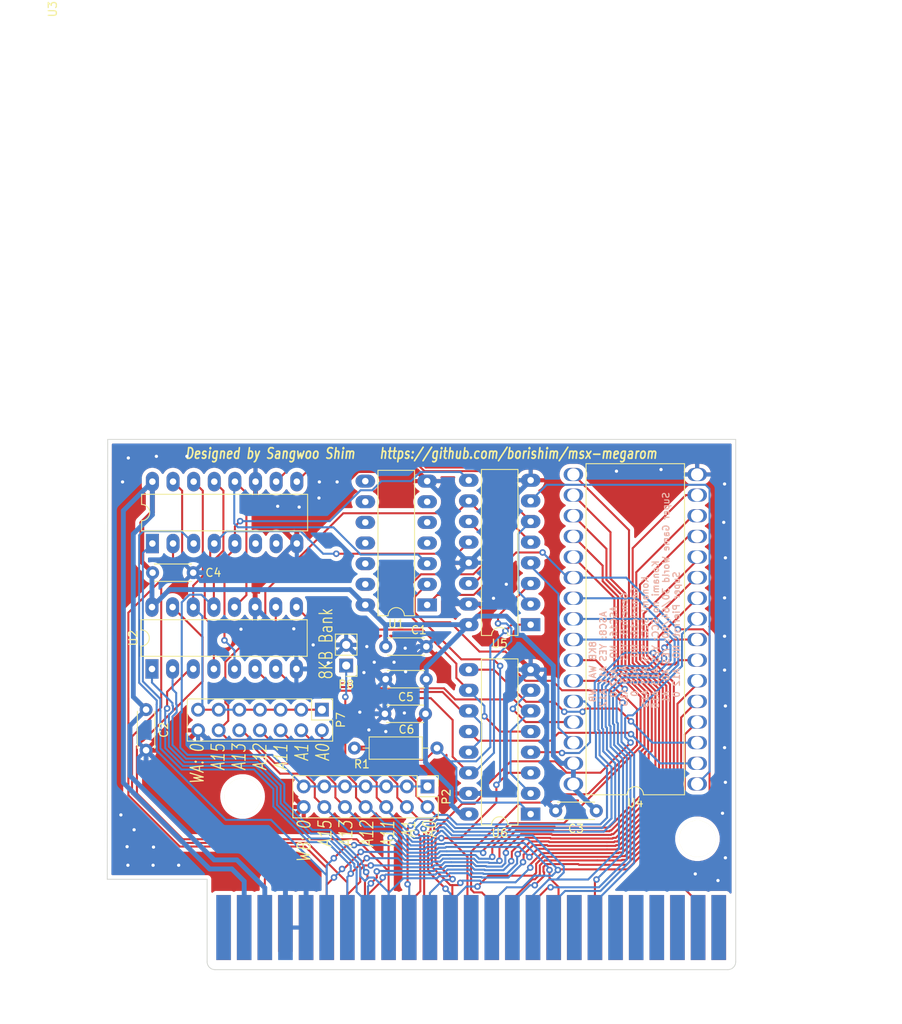
<source format=kicad_pcb>
(kicad_pcb (version 20211014) (generator pcbnew)
  (layers (0 "F.Cu" signal) (31 "B.Cu" signal) (34 "B.Paste" user) (35 "F.Paste" user) (36 "B.SilkS" user "B.Silkscreen") (37 "F.SilkS" user "F.Silkscreen") (38 "B.Mask" user) (39 "F.Mask" user) (44 "Edge.Cuts" user))
  (net 0 "")
  (net 1 "+5V")
  (net 2 "GND")
  (net 3 "/WB")
  (net 4 "/A0")
  (net 5 "/A1")
  (net 6 "/A11")
  (net 7 "/A12")
  (net 8 "/A13")
  (net 9 "/A15")
  (net 10 "/MA13")
  (net 11 "/Q0")
  (net 12 "/MA14")
  (net 13 "/Q1")
  (net 14 "/MA15")
  (net 15 "/Q2")
  (net 16 "/MA16")
  (net 17 "/Q3")
  (net 18 "/WA")
  (net 19 "/MA17")
  (net 20 "/Q4")
  (net 21 "/MA18")
  (net 22 "/Q5")
  (net 23 "/RA")
  (net 24 "/RB")
  (net 25 "/~{SLTSL}")
  (net 26 "/~{WR}")
  (net 27 "/~{CS}")
  (net 37 "/D1")
  (net 38 "/D2")
  (net 39 "/D3")
  (net 40 "/D0")
  (net 41 "/D5")
  (net 42 "/D6")
  (net 43 "/D7")
  (net 44 "/D4")
  (net 45 "/A7")
  (net 46 "/A6")
  (net 47 "/A5")
  (net 48 "/A4")
  (net 49 "/A3")
  (net 50 "/A2")
  (net 51 "/A10")
  (net 52 "/~{RD}")
  (net 53 "/A9")
  (net 54 "/A8")
  (net 60 "/~{WAIT}")
  (net 66 "/~{RESET}")
  (net 69 "Net-(P1-Pad44)")
  (net 73 "/~{8KB}")
  (footprint "Capacitor_THT:C_Disc_D4.3mm_W1.9mm_P5.00mm" (layer "F.Cu") (at 131.7752 87.8332 180)
    (fp_text reference "C5")
    (fp_text value "0.1uF")
  )
  (footprint "Connector_PinHeader_2.54mm:PinHeader_2x07_P2.54mm_Vertical" (layer "F.Cu") (at 118.9228 91.5924 -90)
    (fp_text reference "P7")
    (fp_text value "CONN_02X07")
  )
  (footprint "Package_DIP:DIP-14_W7.62mm_LongPads" (layer "F.Cu") (at 131.8918 78.6942 180)
    (fp_text reference "U1")
    (fp_text value "74LS32")
  )
  (footprint "Capacitor_THT:C_Disc_D4.3mm_W1.9mm_P5.00mm" (layer "F.Cu") (at 131.6844 92.1004 180)
    (fp_text reference "C6")
    (fp_text value "0.1uF")
  )
  (footprint "Capacitor_THT:C_Disc_D4.3mm_W1.9mm_P5.00mm" (layer "F.Cu") (at 98.084 74.7268)
    (fp_text reference "C4")
    (fp_text value "0.1uF")
  )
  (footprint "Package_DIP:DIP-16_W7.62mm_LongPads" (layer "F.Cu") (at 144.6276 104.4448 180)
    (fp_text reference "U6")
    (fp_text value "74LS157")
  )
  (footprint "Package_DIP:DIP-16_W7.62mm_LongPads" (layer "F.Cu") (at 98.059 71.135 90)
    (fp_text reference "U3")
    (fp_text value "74LS670")
  )
  (footprint "msx:card_edge_connector" (layer "F.Cu") (at 136.0424 115.2652)
    (fp_text reference "P1" hide)
    (fp_text value "CONN_MSXSLOT_ALIGNED")
  )
  (footprint "Capacitor_THT:C_Disc_D4.3mm_W1.9mm_P5.00mm" (layer "F.Cu") (at 97.282 91.5816 -90)
    (fp_text reference "C2")
    (fp_text value "0.1uF")
  )
  (footprint "Capacitor_THT:C_Disc_D4.3mm_W1.9mm_P5.00mm" (layer "F.Cu") (at 126.786 83.82)
    (fp_text reference "C1")
    (fp_text value "0.1uF")
  )
  (footprint "Package_DIP:DIP-16_W7.62mm_LongPads" (layer "F.Cu") (at 144.6276 81.1276 180)
    (fp_text reference "U5")
    (fp_text value "74LS157")
  )
  (footprint "Resistor_THT:R_Axial_DIN0207_L6.3mm_D2.5mm_P10.16mm_Horizontal" (layer "F.Cu") (at 122.936 96.3168)
    (fp_text reference "R1")
    (fp_text value "1K")
  )
  (footprint "Connector_PinHeader_2.54mm:PinHeader_1x02_P2.54mm_Vertical" (layer "F.Cu") (at 121.92 86.1568 180)
    (fp_text reference "P8")
    (fp_text value "CONN_01X02")
  )
  (footprint "Connector_PinHeader_2.54mm:PinHeader_2x07_P2.54mm_Vertical" (layer "F.Cu") (at 131.9276 101.0412 -90)
    (fp_text reference "P2")
    (fp_text value "CONN_02X07")
  )
  (footprint "Capacitor_THT:C_Disc_D4.3mm_W1.9mm_P5.00mm" (layer "F.Cu") (at 152.7156 104.0384 180)
    (fp_text reference "C3")
    (fp_text value "0.1uF")
  )
  (footprint "Package_DIP:DIP-32_W15.24mm_LongPads" (layer "F.Cu") (at 165.1308 100.7364 180)
    (fp_text reference "U4")
    (fp_text value "39SF040")
  )
  (footprint "Package_DIP:DIP-16_W7.62mm_LongPads" (layer "F.Cu") (at 98.0082 86.5782 90)
    (fp_text reference "U2")
    (fp_text value "74LS670")
  )
  (gr_line (start 92.5068 112.4712) (end 92.5576 58.3184) (layer "Edge.Cuts") (width 0.1))
  (gr_line (start 104.8004 112.4712) (end 92.5068 112.4712) (layer "Edge.Cuts") (width 0.1))
  (gr_arc (start 105.7656 123.5964) (mid 105.083101 123.313699) (end 104.8004 122.6312) (layer "Edge.Cuts") (width 0.1))
  (gr_line (start 105.7656 123.5964) (end 168.91 123.5964) (layer "Edge.Cuts") (width 0.1))
  (gr_arc (start 169.8752 122.6312) (mid 169.592499 123.313699) (end 168.91 123.5964) (layer "Edge.Cuts") (width 0.1))
  (gr_line (start 104.8004 122.6312) (end 104.8004 112.4712) (layer "Edge.Cuts") (width 0.1))
  (gr_line (start 169.8752 58.3184) (end 169.8752 122.6312) (layer "Edge.Cuts") (width 0.1))
  (gr_line (start 92.5576 58.3184) (end 169.8752 58.3184) (layer "Edge.Cuts") (width 0.1))
  (gr_text "                              8KB WA  WB\n                         ASC8: YES A11 A12\n                      ASC16: NO  A12 0\n                     Generic8: YES A13 A15\n                  Generic16: NO  A15 0\n                  Konami SCC: YES A13 A15\n               Konami no SCC: YES A13 A15\nSuper Game World 30/64/80: YES A0  A1\n               Super Pierrot: NO  A12 0" (at 157.4292 77.7748 90) (layer "B.SilkS") (effects (font (size 0.8 0.8)) (justify mirror)))
  (gr_text "WA: 0\nA15\nA13\nA12\nA11\nA1\nA0" (at 111.3028 95.6564 90) (layer "F.SilkS") (effects (font (size 1.6 1.2) (thickness 0.15) italic) (justify right)))
  (gr_text "8KB Bank" (at 119.4308 83.4644 90) (layer "F.SilkS") (effects (font (size 1.6 1.2))))
  (gr_text "WB: 0\nA15\nA13\nA12\nA11\nA1\nA0" (at 124.46 105.1052 90) (layer "F.SilkS") (effects (font (size 1.6 1.2) (thickness 0.15) italic) (justify right)))
  (gr_text "Designed by Sangwoo Shim    https://github.com/borishim/msx-megarom" (at 131.1656 60.0456) (layer "F.SilkS") (effects (font (size 1.3 1) (thickness 0.2) italic)))
  (segment (start 98.059 67.295) (end 98.059 63.515) (width 0.6) (layer "F.Cu") (net 1))
  (segment (start 98.084 74.7268) (end 96.759489 73.402289) (width 0.6) (layer "F.Cu") (net 1))
  (segment (start 96.759489 68.594511) (end 98.059 67.295) (width 0.6) (layer "F.Cu") (net 1))
  (segment (start 131.6844 92.1004) (end 127.468 96.3168) (width 0.6) (layer "F.Cu") (net 1))
  (segment (start 127.468 96.3168) (end 122.936 96.3168) (width 0.6) (layer "F.Cu") (net 1))
  (segment (start 96.759489 73.402289) (end 96.759489 68.594511) (width 0.6) (layer "F.Cu") (net 1))
  (segment (start 95.7072 90.0068) (end 95.7072 69.954587) (width 0.6) (layer "B.Cu") (net 1))
  (segment (start 131.6844 92.1004) (end 131.6844 98.098978) (width 0.6) (layer "B.Cu") (net 1))
  (segment (start 126.7052 81.1276) (end 137.0076 81.1276) (width 0.6) (layer "B.Cu") (net 1))
  (segment (start 98.0082 78.9582) (end 98.0082 74.8026) (width 0.6) (layer "B.Cu") (net 1))
  (segment (start 100.15723 76.80917) (end 122.38677 76.80917) (width 0.6) (layer "B.Cu") (net 1))
  (segment (start 143.660703 82.427111) (end 147.4216 86.188008) (width 0.6) (layer "B.Cu") (net 1))
  (segment (start 134.85857 103.29577) (end 136.0076 104.4448) (width 0.6) (layer "B.Cu") (net 1))
  (segment (start 137.145101 80.990099) (end 138.059501 80.075699) (width 0.6) (layer "B.Cu") (net 1))
  (segment (start 134.85857 101.273148) (end 134.85857 103.29577) (width 0.6) (layer "B.Cu") (net 1))
  (segment (start 95.3008 99.7204) (end 95.3008 93.5628) (width 0.6) (layer "B.Cu") (net 1))
  (segment (start 148.3868 98.1964) (end 149.8908 98.1964) (width 0.6) (layer "B.Cu") (net 1))
  (segment (start 131.6844 98.098978) (end 134.85857 101.273148) (width 0.6) (layer "B.Cu") (net 1))
  (segment (start 105.664 110.0836) (end 95.3008 99.7204) (width 0.6) (layer "B.Cu") (net 1))
  (segment (start 98.0082 78.9582) (end 100.15723 76.80917) (width 0.6) (layer "B.Cu") (net 1))
  (segment (start 97.282 91.5816) (end 95.7072 90.0068) (width 0.6) (layer "B.Cu") (net 1))
  (segment (start 95.7072 69.954587) (end 98.059 67.602787) (width 0.6) (layer "B.Cu") (net 1))
  (segment (start 138.059501 80.075699) (end 141.622691 80.075699) (width 0.6) (layer "B.Cu") (net 1))
  (segment (start 131.7752 86.36) (end 137.0076 81.1276) (width 0.6) (layer "B.Cu") (net 1))
  (segment (start 111.90224 113.52784) (end 108.458 110.0836) (width 0.6) (layer "B.Cu") (net 1))
  (segment (start 149.8908 101.2136) (end 152.7156 104.0384) (width 0.6) (layer "B.Cu") (net 1))
  (segment (start 94.488 67.086) (end 98.059 63.515) (width 0.6) (layer "B.Cu") (net 1))
  (segment (start 149.8908 98.1964) (end 149.8908 100.7364) (width 0.6) (layer "B.Cu") (net 1))
  (segment (start 109.36224 112.71504) (end 107.8484 111.2012) (width 0.6) (layer "B.Cu") (net 1))
  (segment (start 107.8484 111.2012) (end 105.1052 111.2012) (width 0.6) (layer "B.Cu") (net 1))
  (segment (start 131.7752 87.8332) (end 131.7752 86.36) (width 0.6) (layer "B.Cu") (net 1))
  (segment (start 111.90224 118.41264) (end 111.90224 113.52784) (width 0.6) (layer "B.Cu") (net 1))
  (segment (start 94.488 100.584) (end 94.488 67.086) (width 0.6) (layer "B.Cu") (net 1))
  (segment (start 105.1052 111.2012) (end 94.488 100.584) (width 0.6) (layer "B.Cu") (net 1))
  (segment (start 126.786 83.82) (end 126.786 81.2084) (width 0.6) (layer "B.Cu") (net 1))
  (segment (start 142.928089 81.381097) (end 142.928089 82.427111) (width 0.6) (layer "B.Cu") (net 1))
  (segment (start 98.059 67.602787) (end 98.059 63.515) (width 0.6) (layer "B.Cu") (net 1))
  (segment (start 131.7752 87.8332) (end 131.7752 92.0096) (width 0.6) (layer "B.Cu") (net 1))
  (segment (start 142.928089 82.427111) (end 143.660703 82.427111) (width 0.6) (layer "B.Cu") (net 1))
  (segment (start 122.38677 76.80917) (end 126.786 81.2084) (width 0.6) (layer "B.Cu") (net 1))
  (segment (start 108.458 110.0836) (end 105.664 110.0836) (width 0.6) (layer "B.Cu") (net 1))
  (segment (start 109.36224 118.41264) (end 109.36224 112.71504) (width 0.6) (layer "B.Cu") (net 1))
  (segment (start 147.4216 97.2312) (end 148.3868 98.1964) (width 0.6) (layer "B.Cu") (net 1))
  (segment (start 147.4216 86.188008) (end 147.4216 97.2312) (width 0.6) (layer "B.Cu") (net 1))
  (segment (start 95.3008 93.5628) (end 97.282 91.5816) (width 0.6) (layer "B.Cu") (net 1))
  (segment (start 136.0076 104.4448) (end 137.0076 104.4448) (width 0.6) (layer "B.Cu") (net 1))
  (segment (start 141.622691 80.075699) (end 142.928089 81.381097) (width 0.6) (layer "B.Cu") (net 1))
  (segment (start 101.2336 96.5816) (end 103.6828 94.1324) (width 0.6) (layer "F.Cu") (net 2))
  (segment (start 141.2748 83.312) (end 144.6276 86.6648) (width 0.6) (layer "F.Cu") (net 2))
  (segment (start 123.333522 62.15468) (end 130.59228 62.15468) (width 0.6) (layer "F.Cu") (net 2))
  (segment (start 103.6828 94.1324) (end 108.781599 99.231199) (width 0.6) (layer "F.Cu") (net 2))
  (segment (start 137.0076 78.5876) (end 138.2776 78.5876) (width 0.6) (layer "F.Cu") (net 2))
  (segment (start 112.337599 99.231199) (end 116.6876 103.5812) (width 0.6) (layer "F.Cu") (net 2))
  (segment (start 114.938559 105.330241) (end 116.6876 103.5812) (width 0.6) (layer "F.Cu") (net 2))
  (segment (start 115.839 69.649202) (end 123.333522 62.15468) (width 0.6) (layer "F.Cu") (net 2))
  (segment (start 106.030641 105.330241) (end 114.938559 105.330241) (width 0.6) (layer "F.Cu") (net 2))
  (segment (start 110.759 63.515) (end 110.759 66.055) (width 0.6) (layer "F.Cu") (net 2))
  (segment (start 139.3444 79.6544) (end 139.3444 82.1944) (width 0.6) (layer "F.Cu") (net 2))
  (segment (start 140.462 83.312) (end 141.2748 83.312) (width 0.6) (layer "F.Cu") (net 2))
  (segment (start 97.282 96.5816) (end 106.030641 105.330241) (width 0.6) (layer "F.Cu") (net 2))
  (segment (start 138.2776 78.5876) (end 139.3444 79.6544) (width 0.6) (layer "F.Cu") (net 2))
  (segment (start 108.781599 99.231199) (end 112.337599 99.231199) (width 0.6) (layer "F.Cu") (net 2))
  (segment (start 130.59228 62.15468) (end 131.8918 63.4542) (width 0.6) (layer "F.Cu") (net 2))
  (segment (start 139.3444 82.1944) (end 140.462 83.312) (width 0.6) (layer "F.Cu") (net 2))
  (segment (start 97.282 96.5816) (end 101.2336 96.5816) (width 0.6) (layer "F.Cu") (net 2))
  (segment (start 110.7082 75.963598) (end 115.536798 71.135) (width 0.6) (layer "F.Cu") (net 2))
  (segment (start 115.839 71.135) (end 115.839 69.649202) (width 0.6) (layer "F.Cu") (net 2))
  (segment (start 110.759 66.055) (end 115.839 71.135) (width 0.6) (layer "F.Cu") (net 2))
  (segment (start 110.7082 78.9582) (end 110.7082 75.963598) (width 0.6) (layer "F.Cu") (net 2))
  (via (at 129.1844 84.0232) (size 0.8) (drill 0.4) (layers "F.Cu" "B.Cu") (net 2))
  (via (at 113.4872 66.548) (size 0.8) (drill 0.4) (layers "F.Cu" "B.Cu") (net 2))
  (via (at 129.2352 86.9188) (size 0.8) (drill 0.4) (layers "F.Cu" "B.Cu") (net 2))
  (via (at 95.8088 106.3752) (size 0.8) (drill 0.4) (layers "F.Cu" "B.Cu") (net 2))
  (via (at 95.0976 60.6044) (size 0.8) (drill 0.4) (layers "F.Cu" "B.Cu") (net 2))
  (via (at 119.7102 85.8266) (size 0.8) (drill 0.4) (layers "F.Cu" "B.Cu") (net 2))
  (via (at 125.3744 85.7504) (size 0.8) (drill 0.4) (layers "F.Cu" "B.Cu") (net 2))
  (via (at 168.6052 72.898) (size 0.8) (drill 0.4) (layers "F.Cu" "B.Cu") (net 2))
  (via (at 168.5036 86.7156) (size 0.8) (drill 0.4) (layers "F.Cu" "B.Cu") (net 2))
  (via (at 98.552 60.4012) (size 0.8) (drill 0.4) (layers "F.Cu" "B.Cu") (net 2))
  (via (at 98.1456 110.744) (size 0.8) (drill 0.4) (layers "F.Cu" "B.Cu") (net 2))
  (via (at 94.1832 104.5464) (size 0.8) (drill 0.4) (layers "F.Cu" "B.Cu") (net 2))
  (via (at 167.6908 112.6236) (size 0.8) (drill 0.4) (layers "F.Cu" "B.Cu") (net 2))
  (via (at 94.9452 108.458) (size 0.8) (drill 0.4) (layers "F.Cu" "B.Cu") (net 2))
  (via (at 140.0556 77.8764) (size 0.8) (drill 0.4) (layers "F.Cu" "B.Cu") (net 2))
  (via (at 168.5036 63.8048) (size 0.8) (drill 0.4) (layers "F.Cu" "B.Cu") (net 2))
  (via (at 115.4684 81.6356) (size 0.8) (drill 0.4) (layers "F.Cu" "B.Cu") (net 2))
  (via (at 101.2952 110.744) (size 0.8) (drill 0.4) (layers "F.Cu" "B.Cu") (net 2))
  (via (at 168.2496 104.3432) (size 0.8) (drill 0.4) (layers "F.Cu" "B.Cu") (net 2))
  (via (at 168.6052 91.1352) (size 0.8) (drill 0.4) (layers "F.Cu" "B.Cu") (net 2))
  (via (at 141.6304 76.1492) (size 0.8) (drill 0.4) (layers "F.Cu" "B.Cu") (net 2))
  (via (at 129.0828 91.9988) (size 0.8) (drill 0.4) (layers "F.Cu" "B.Cu") (net 2))
  (via (at 120.8024 63.5508) (size 0.8) (drill 0.4) (layers "F.Cu" "B.Cu") (net 2))
  (via (at 108.966 81.6864) (size 0.8) (drill 0.4) (layers "F.Cu" "B.Cu") (net 2))
  (via (at 160.6804 62.0268) (size 0.8) (drill 0.4) (layers "F.Cu" "B.Cu") (net 2))
  (via (at 118.5672 65.532) (size 0.8) (drill 0.4) (layers "F.Cu" "B.Cu") (net 2))
  (via (at 168.5036 96.266) (size 0.8) (drill 0.4) (layers "F.Cu" "B.Cu") (net 2))
  (via (at 124.1044 87.0204) (size 0.8) (drill 0.4) (layers "F.Cu" "B.Cu") (net 2))
  (via (at 117.856 83.6168) (size 0.8) (drill 0.4) (layers "F.Cu" "B.Cu") (net 2))
  (via (at 95.0468 110.744) (size 0.8) (drill 0.4) (layers "F.Cu" "B.Cu") (net 2))
  (via (at 123.5964 91.8972) (size 0.8) (drill 0.4) (layers "F.Cu" "B.Cu") (net 2))
  (via (at 168.6052 100.5332) (size 0.8) (drill 0.4) (layers "F.Cu" "B.Cu") (net 2))
  (via (at 102.3112 60.4012) (size 0.8) (drill 0.4) (layers "F.Cu" "B.Cu") (net 2))
  (via (at 118.618 63.5508) (size 0.8) (drill 0.4) (layers "F.Cu" "B.Cu") (net 2))
  (via (at 124.714 94.0816) (size 0.8) (drill 0.4) (layers "F.Cu" "B.Cu") (net 2))
  (via (at 98.1964 108.5088) (size 0.8) (drill 0.4) (layers "F.Cu" "B.Cu") (net 2))
  (via (at 168.402 68.5292) (size 0.8) (drill 0.4) (layers "F.Cu" "B.Cu") (net 2))
  (via (at 126.7968 94.2848) (size 0.8) (drill 0.4) (layers "F.Cu" "B.Cu") (net 2))
  (via (at 127.8128 85.7504) (size 0.8) (drill 0.4) (layers "F.Cu" "B.Cu") (net 2))
  (via (at 124.46 83.82) (size 0.8) (drill 0.4) (layers "F.Cu" "B.Cu") (net 2))
  (via (at 94.3864 63.5508) (size 0.8) (drill 0.4) (layers "F.Cu" "B.Cu") (net 2))
  (via (at 116.1288 66.6496) (size 0.8) (drill 0.4) (layers "F.Cu" "B.Cu") (net 2))
  (via (at 155.194 62.23) (size 0.8) (drill 0.4) (layers "F.Cu" "B.Cu") (net 2))
  (via (at 164.8968 111.8108) (size 0.8) (drill 0.4) (layers "F.Cu" "B.Cu") (net 2))
  (via (at 168.6052 109.8296) (size 0.8) (drill 0.4) (layers "F.Cu" "B.Cu") (net 2))
  (via (at 168.5036 77.8256) (size 0.8) (drill 0.4) (layers "F.Cu" "B.Cu") (net 2))
  (via (at 168.5036 82.55) (size 0.8) (drill 0.4) (layers "F.Cu" "B.Cu") (net 2))
  (segment (start 97.282 98.552) (end 97.282 96.5816) (width 0.6) (layer "B.Cu") (net 2))
  (segment (start 131.8918 63.4542) (end 134.62 66.1824) (width 0.6) (layer "B.Cu") (net 2))
  (segment (start 118.9586 86.5782) (end 119.7102 85.8266) (width 0.6) (layer "B.Cu") (net 2))
  (segment (start 126.7752 87.8332) (end 130.7884 83.82) (width 0.6) (layer "B.Cu") (net 2))
  (segment (start 146.622078 88.659278) (end 146.622078 102.944878) (width 0.6) (layer "B.Cu") (net 2))
  (segment (start 144.6276 86.6648) (end 141.5288 89.7636) (width 0.6) (layer "B.Cu") (net 2))
  (segment (start 121.92 83.6168) (end 126.1364 87.8332) (width 0.6) (layer "B.Cu") (net 2))
  (segment (start 142.92808 67.58712) (end 142.92808 65.04712) (width 0.6) (layer "B.Cu") (net 2))
  (segment (start 146.622078 102.944878) (end 147.7156 104.0384) (width 0.6) (layer "B.Cu") (net 2))
  (segment (start 126.6844 92.1004) (end 126.6844 87.924) (width 0.6) (layer "B.Cu") (net 2))
  (segment (start 135.9408 78.5876) (end 134.5692 77.216) (width 0.6) (layer "B.Cu") (net 2))
  (segment (start 134.62 66.1824) (end 134.62 71.12) (width 0.6) (layer "B.Cu") (net 2))
  (segment (start 103.6828 94.1324) (end 105.032311 95.481911) (width 0.6) (layer "B.Cu") (net 2))
  (segment (start 108.1932 107.4928) (end 111.6076 107.4928) (width 0.6) (layer "B.Cu") (net 2))
  (segment (start 111.0488 108.966) (end 107.696 108.966) (width 0.6) (layer "B.Cu") (net 2))
  (segment (start 141.1732 101.9048) (end 137.0076 101.9048) (width 0.6) (layer "B.Cu") (net 2))
  (segment (start 117.856 83.6168) (end 115.3668 83.6168) (width 0.6) (layer "B.Cu") (net 2))
  (segment (start 119.7102 85.8266) (end 121.92 83.6168) (width 0.6) (layer "B.Cu") (net 2))
  (segment (start 115.3668 83.6168) (end 110.7082 78.9582) (width 0.6) (layer "B.Cu") (net 2))
  (segment (start 103.084 74.7268) (end 111.944998 74.7268) (width 0.6) (layer "B.Cu") (net 2))
  (segment (start 141.5288 89.7636) (end 141.5288 101.5492) (width 0.6) (layer "B.Cu") (net 2))
  (segment (start 125.314613 92.1004) (end 126.6844 92.1004) (width 0.6) (layer "B.Cu") (net 2))
  (segment (start 114.44224 112.35944) (end 111.0488 108.966) (width 0.6) (layer "B.Cu") (net 2))
  (segment (start 137.0076 78.5876) (end 135.9408 78.5876) (width 0.6) (layer "B.Cu") (net 2))
  (segment (start 134.5692 75.946) (end 137.0076 73.5076) (width 0.6) (layer "B.Cu") (net 2))
  (segment (start 141.5288 101.5492) (end 141.1732 101.9048) (width 0.6) (layer "B.Cu") (net 2))
  (segment (start 111.6076 107.4928) (end 116.98224 112.86744) (width 0.6) (layer "B.Cu") (net 2))
  (segment (start 126.1364 87.8332) (end 126.7752 87.8332) (width 0.6) (layer "B.Cu") (net 2))
  (segment (start 134.5692 77.216) (end 134.5692 75.946) (width 0.6) (layer "B.Cu") (net 2))
  (segment (start 121.933102 95.481911) (end 125.314613 92.1004) (width 0.6) (layer "B.Cu") (net 2))
  (segment (start 114.44224 118.41264) (end 114.44224 112.35944) (width 0.6) (layer "B.Cu") (net 2))
  (segment (start 111.944998 74.7268) (end 115.536798 71.135) (width 0.6) (layer "B.Cu") (net 2))
  (segment (start 116.98224 112.86744) (end 116.98224 118.41264) (width 0.6) (layer "B.Cu") (net 2))
  (segment (start 134.62 71.12) (end 137.0076 73.5076) (width 0.6) (layer "B.Cu") (net 2))
  (segment (start 144.6276 86.6648) (end 146.622078 88.659278) (width 0.6) (layer "B.Cu") (net 2))
  (segment (start 142.92808 65.04712) (end 144.6276 63.3476) (width 0.6) (layer "B.Cu") (net 2))
  (segment (start 115.7882 86.5782) (end 118.9586 86.5782) (width 0.6) (layer "B.Cu") (net 2))
  (segment (start 130.7884 83.82) (end 131.786 83.82) (width 0.6) (layer "B.Cu") (net 2))
  (segment (start 137.0076 73.5076) (end 142.92808 67.58712) (width 0.6) (layer "B.Cu") (net 2))
  (segment (start 105.032311 95.481911) (end 121.933102 95.481911) (width 0.6) (layer "B.Cu") (net 2))
  (segment (start 121.92 83.6168) (end 117.856 83.6168) (width 0.6) (layer "B.Cu") (net 2))
  (segment (start 107.696 108.966) (end 97.282 98.552) (width 0.6) (layer "B.Cu") (net 2))
  (segment (start 97.282 96.5816) (end 108.1932 107.4928) (width 0.6) (layer "B.Cu") (net 2))
  (segment (start 106.80352 64.63952) (end 105.679 63.515) (width 0.25) (layer "F.Cu") (net 3))
  (segment (start 105.6282 78.9582) (end 105.6282 73.176111) (width 0.25) (layer "F.Cu") (net 3))
  (segment (start 106.80352 72.000791) (end 106.80352 64.63952) (width 0.25) (layer "F.Cu") (net 3))
  (segment (start 105.6282 73.176111) (end 106.80352 72.000791) (width 0.25) (layer "F.Cu") (net 3))
  (segment (start 116.6876 101.0412) (end 119.2276 101.0412) (width 0.25) (layer "B.Cu") (net 3))
  (segment (start 112.805044 97.158644) (end 102.391044 97.158644) (width 0.25) (layer "B.Cu") (net 3))
  (segment (start 129.3876 101.0412) (end 126.8476 101.0412) (width 0.25) (layer "B.Cu") (net 3))
  (segment (start 101.496321 92.077797) (end 101.67272 91.901398) (width 0.25) (layer "B.Cu") (net 3))
  (segment (start 101.67272 78.383369) (end 102.622409 77.43368) (width 0.25) (layer "B.Cu") (net 3))
  (segment (start 121.7676 101.0412) (end 119.2276 101.0412) (width 0.25) (layer "B.Cu") (net 3))
  (segment (start 104.10368 77.43368) (end 105.6282 78.9582) (width 0.25) (layer "B.Cu") (net 3))
  (segment (start 116.6876 101.0412) (end 112.805044 97.158644) (width 0.25) (layer "B.Cu") (net 3))
  (segment (start 101.496321 96.263921) (end 101.496321 92.077797) (width 0.25) (layer "B.Cu") (net 3))
  (segment (start 124.3076 101.0412) (end 121.7676 101.0412) (width 0.25) (layer "B.Cu") (net 3))
  (segment (start 131.9276 101.0412) (end 129.3876 101.0412) (width 0.25) (layer "B.Cu") (net 3))
  (segment (start 102.622409 77.43368) (end 104.10368 77.43368) (width 0.25) (layer "B.Cu") (net 3))
  (segment (start 101.67272 91.901398) (end 101.67272 78.383369) (width 0.25) (layer "B.Cu") (net 3))
  (segment (start 102.391044 97.158644) (end 101.496321 96.263921) (width 0.25) (layer "B.Cu") (net 3))
  (segment (start 126.8476 101.0412) (end 124.3076 101.0412) (width 0.25) (layer "B.Cu") (net 3))
  (segment (start 155.525401 109.174326) (end 155.44732 109.252405) (width 0.25) (layer "F.Cu") (net 4))
  (segment (start 158.536088 79.791112) (end 158.536088 85.217872) (width 0.25) (layer "F.Cu") (net 4))
  (segment (start 161.795436 88.47722) (end 161.795436 103.329764) (width 0.25) (layer "F.Cu") (net 4))
  (segment (start 133.113654 105.086138) (end 133.113655 104.767255) (width 0.25) (layer "F.Cu") (net 4))
  (segment (start 155.44732 109.252405) (end 145.994878 109.252405) (width 0.25) (layer "F.Cu") (net 4))
  (segment (start 121.987807 98.188711) (end 128.196121 98.188711) (width 0.25) (layer "F.Cu") (net 4))
  (segment (start 134.726332 113.187101) (end 132.461431 110.9222) (width 0.25) (layer "F.Cu") (net 4))
  (segment (start 134.988901 117.115301) (end 134.988901 113.187101) (width 0.25) (layer "F.Cu") (net 4))
  (segment (start 132.461431 110.9222) (end 132.461431 106.873465) (width 0.25) (layer "F.Cu") (net 4))
  (segment (start 118.9228 95.072904) (end 121.21649 97.366594) (width 0.25) (layer "F.Cu") (net 4))
  (segment (start 155.950874 109.174326) (end 155.525401 109.174326) (width 0.25) (layer "F.Cu") (net 4))
  (segment (start 121.21649 97.366594) (end 121.21649 97.417394) (width 0.25) (layer "F.Cu") (net 4))
  (segment (start 135.699537 113.187101) (end 135.972518 112.91412) (width 0.25) (layer "F.Cu") (net 4))
  (segment (start 161.795436 103.329764) (end 155.950874 109.174326) (width 0.25) (layer "F.Cu") (net 4))
  (segment (start 134.988901 113.187101) (end 135.699537 113.187101) (width 0.25) (layer "F.Cu") (net 4))
  (segment (start 158.536088 85.217872) (end 161.795436 88.47722) (width 0.25) (layer "F.Cu") (net 4))
  (segment (start 121.21649 97.417394) (end 121.987807 98.188711) (width 0.25) (layer "F.Cu") (net 4))
  (segment (start 132.753511 105.446281) (end 133.113654 105.086138) (width 0.25) (layer "F.Cu") (net 4))
  (segment (start 130.562111 102.215711) (end 131.9276 103.5812) (width 0.25) (layer "F.Cu") (net 4))
  (segment (start 145.994878 109.252405) (end 144.583615 110.663668) (width 0.25) (layer "F.Cu") (net 4))
  (segment (start 132.753509 106.581387) (end 132.753511 105.446281) (width 0.25) (layer "F.Cu") (net 4))
  (segment (start 118.9228 94.1324) (end 118.9228 95.072904) (width 0.25) (layer "F.Cu") (net 4))
  (segment (start 132.461431 106.873465) (end 132.753509 106.581387) (width 0.25) (layer "F.Cu") (net 4))
  (segment (start 134.988901 113.187101) (end 134.726332 113.187101) (width 0.25) (layer "F.Cu") (net 4))
  (segment (start 128.196121 98.188711) (end 130.562111 100.554701) (width 0.25) (layer "F.Cu") (net 4))
  (segment (start 165.1308 73.1964) (end 158.536088 79.791112) (width 0.25) (layer "F.Cu") (net 4))
  (segment (start 130.562111 100.554701) (end 130.562111 102.215711) (width 0.25) (layer "F.Cu") (net 4))
  (segment (start 144.583615 110.663668) (end 144.583615 111.033672) (width 0.25) (layer "F.Cu") (net 4))
  (segment (start 133.113655 104.767255) (end 131.9276 103.5812) (width 0.25) (layer "F.Cu") (net 4))
  (via (at 135.972518 112.91412) (size 0.8) (drill 0.4) (layers "F.Cu" "B.Cu") (net 4))
  (via (at 144.583615 111.033672) (size 0.8) (drill 0.4) (layers "F.Cu" "B.Cu") (net 4))
  (segment (start 136.24751 112.639128) (end 135.972518 112.91412) (width 0.25) (layer "B.Cu") (net 4))
  (segment (start 138.384054 112.639128) (end 136.24751 112.639128) (width 0.25) (layer "B.Cu") (net 4))
  (segment (start 144.583615 111.033672) (end 142.772522 112.844765) (width 0.25) (layer "B.Cu") (net 4))
  (segment (start 142.772522 112.844765) (end 138.589691 112.844765) (width 0.25) (layer "B.Cu") (net 4))
  (segment (start 138.589691 112.844765) (end 138.384054 112.639128) (width 0.25) (layer "B.Cu") (net 4))
  (segment (start 132.01192 111.497286) (end 134.151989 113.637356) (width 0.25) (layer "F.Cu") (net 5))
  (segment (start 132.304 105.260088) (end 132.304 106.395192) (width 0.25) (layer "F.Cu") (net 5))
  (segment (start 162.2552 103.5812) (end 156.212563 109.623837) (width 0.25) (layer "F.Cu") (net 5))
  (segment (start 139.41881 112.028774) (end 138.083955 113.363629) (width 0.25) (layer "F.Cu") (net 5))
  (segment (start 132.01192 106.687272) (end 132.01192 111.497286) (width 0.25) (layer "F.Cu") (net 5))
  (segment (start 164.9984 75.3364) (end 158.985599 81.349201) (width 0.25) (layer "F.Cu") (net 5))
  (segment (start 158.985599 81.349201) (end 158.985599 84.967152) (width 0.25) (layer "F.Cu") (net 5))
  (segment (start 145.308117 111.681242) (end 144.960585 112.028774) (width 0.25) (layer "F.Cu") (net 5))
  (segment (start 132.555748 105.00834) (end 132.304 105.260088) (width 0.25) (layer "F.Cu") (net 5))
  (segment (start 120.766979 97.552787) (end 120.054371 96.840179) (width 0.25) (layer "F.Cu") (net 5))
  (segment (start 129.3876 103.5812) (end 128.213089 102.406689) (width 0.25) (layer "F.Cu") (net 5))
  (segment (start 130.803876 104.997476) (end 132.544884 104.997476) (width 0.25) (layer "F.Cu") (net 5))
  (segment (start 144.960585 112.028774) (end 139.41881 112.028774) (width 0.25) (layer "F.Cu") (net 5))
  (segment (start 128.213089 100.745679) (end 126.105632 98.638222) (width 0.25) (layer "F.Cu") (net 5))
  (segment (start 146.181078 109.701909) (end 145.308117 110.57487) (width 0.25) (layer "F.Cu") (net 5))
  (segment (start 132.544884 104.997476) (end 132.555748 105.00834) (width 0.25) (layer "F.Cu") (net 5))
  (segment (start 162.2552 88.236753) (end 162.2552 103.5812) (width 0.25) (layer "F.Cu") (net 5))
  (segment (start 126.105632 98.638222) (end 121.801613 98.638221) (width 0.25) (layer "F.Cu") (net 5))
  (segment (start 129.3876 103.5812) (end 130.803876 104.997476) (width 0.25) (layer "F.Cu") (net 5))
  (segment (start 128.213089 102.406689) (end 128.213089 100.745679) (width 0.25) (layer "F.Cu") (net 5))
  (segment (start 132.304 106.395192) (end 132.01192 106.687272) (width 0.25) (layer "F.Cu") (net 5))
  (segment (start 145.308117 110.57487) (end 145.308117 111.681242) (width 0.25) (layer "F.Cu") (net 5))
  (segment (start 155.711591 109.623837) (end 155.633519 109.701909) (width 0.25) (layer "F.Cu") (net 5))
  (segment (start 156.212563 109.623837) (end 155.711591 109.623837) (width 0.25) (layer "F.Cu") (net 5))
  (segment (start 120.054371 96.840179) (end 119.090579 96.840179) (width 0.25) (layer "F.Cu") (net 5))
  (segment (start 119.090579 96.840179) (end 116.3828 94.1324) (width 0.25) (layer "F.Cu") (net 5))
  (segment (start 120.766979 97.603587) (end 120.766979 97.552787) (width 0.25) (layer "F.Cu") (net 5))
  (segment (start 155.633519 109.701909) (end 146.181078 109.701909) (width 0.25) (layer "F.Cu") (net 5))
  (segment (start 158.985599 84.967152) (end 162.2552 88.236753) (width 0.25) (layer "F.Cu") (net 5))
  (segment (start 121.801613 98.638221) (end 120.766979 97.603587) (width 0.25) (layer "F.Cu") (net 5))
  (via (at 138.083955 113.363629) (size 0.8) (drill 0.4) (layers "F.Cu" "B.Cu") (net 5))
  (via (at 134.151989 113.637356) (size 0.8) (drill 0.4) (layers "F.Cu" "B.Cu") (net 5))
  (segment (start 134.76224 114.247607) (end 134.151989 113.637356) (width 0.25) (layer "B.Cu") (net 5))
  (segment (start 134.76224 118.41264) (end 134.76224 114.247607) (width 0.25) (layer "B.Cu") (net 5))
  (segment (start 134.76224 115.31264) (end 136.711251 113.363629) (width 0.25) (layer "B.Cu") (net 5))
  (segment (start 136.711251 113.363629) (end 138.083955 113.363629) (width 0.25) (layer "B.Cu") (net 5))
  (segment (start 125.673089 100.554601) (end 124.206221 99.087733) (width 0.25) (layer "F.Cu") (net 6))
  (segment (start 121.615419 99.087731) (end 120.317468 97.789779) (width 0.25) (layer "F.Cu") (net 6))
  (segment (start 126.8476 103.5812) (end 125.673089 102.406689) (width 0.25) (layer "F.Cu") (net 6))
  (segment (start 120.317468 97.789779) (end 120.317468 97.73898) (width 0.25) (layer "F.Cu") (net 6))
  (segment (start 125.673089 102.406689) (end 125.673089 100.554601) (width 0.25) (layer "F.Cu") (net 6))
  (segment (start 120.317468 97.73898) (end 119.868177 97.289689) (width 0.25) (layer "F.Cu") (net 6))
  (segment (start 119.868177 97.289689) (end 117.000089 97.289689) (width 0.25) (layer "F.Cu") (net 6))
  (segment (start 124.206221 99.087733) (end 121.615419 99.087731) (width 0.25) (layer "F.Cu") (net 6))
  (segment (start 117.000089 97.289689) (end 113.8428 94.1324) (width 0.25) (layer "F.Cu") (net 6))
  (segment (start 161.1376 82.9564) (end 161.8488 83.6676) (width 0.25) (layer "B.Cu") (net 6))
  (segment (start 144.92224 118.41264) (end 144.92224 114.439925) (width 0.25) (layer "B.Cu") (net 6))
  (segment (start 146.862729 112.499436) (end 147.835324 112.499436) (width 0.25) (layer "B.Cu") (net 6))
  (segment (start 155.465017 87.180489) (end 153.866997 88.778509) (width 0.25) (layer "B.Cu") (net 6))
  (segment (start 133.383123 106.064789) (end 133.14817 106.299742) (width 0.25) (layer "B.Cu") (net 6))
  (segment (start 148.704901 110.893906) (end 144.874328 107.063333) (width 0.25) (layer "B.Cu") (net 6))
  (segment (start 130.84299 107.400399) (end 130.842256 107.401133) (width 0.25) (layer "B.Cu") (net 6))
  (segment (start 133.952581 106.064789) (end 133.383123 106.064789) (width 0.25) (layer "B.Cu") (net 6))
  (segment (start 130.84377 107.400399) (end 130.84299 107.400399) (width 0.25) (layer "B.Cu") (net 6))
  (segment (start 155.4988 97.9932) (end 155.4988 108.712) (width 0.25) (layer "B.Cu") (net 6))
  (segment (start 133.027658 106.299742) (end 132.176899 107.150501) (width 0.25) (layer "B.Cu") (net 6))
  (segment (start 129.817656 106.865414) (end 126.8476 103.895358) (width 0.25) (layer "B.Cu") (net 6))
  (segment (start 153.866996 93.683685) (end 154.015836 93.832525) (width 0.25) (layer "B.Cu") (net 6))
  (segment (start 134.951122 107.06333) (end 133.952581 106.064789) (width 0.25) (layer "B.Cu") (net 6))
  (segment (start 154.015836 93.832525) (end 154.015836 96.510236) (width 0.25) (layer "B.Cu") (net 6))
  (segment (start 133.14817 106.299742) (end 133.027658 106.299742) (width 0.25) (layer "B.Cu") (net 6))
  (segment (start 153.866997 88.778509) (end 153.866996 93.683685) (width 0.25) (layer "B.Cu") (net 6))
  (segment (start 149.8908 82.9564) (end 161.1376 82.9564) (width 0.25) (layer "B.Cu") (net 6))
  (segment (start 161.8488 85.4964) (end 160.164711 87.180489) (width 0.25) (layer "B.Cu") (net 6))
  (segment (start 154.015836 96.510236) (end 155.4988 97.9932) (width 0.25) (layer "B.Cu") (net 6))
  (segment (start 130.242058 107.401133) (end 129.817656 106.976731) (width 0.25) (layer "B.Cu") (net 6))
  (segment (start 138.394715 107.063333) (end 134.951122 107.06333) (width 0.25) (layer "B.Cu") (net 6))
  (segment (start 129.817656 106.976731) (end 129.817656 106.865414) (width 0.25) (layer "B.Cu") (net 6))
  (segment (start 144.92224 114.439925) (end 146.862729 112.499436) (width 0.25) (layer "B.Cu") (net 6))
  (segment (start 161.8488 83.6676) (end 161.8488 85.4964) (width 0.25) (layer "B.Cu") (net 6))
  (segment (start 160.164711 87.180489) (end 155.465017 87.180489) (width 0.25) (layer "B.Cu") (net 6))
  (segment (start 144.874328 107.063333) (end 138.394715 107.063333) (width 0.25) (layer "B.Cu") (net 6))
  (segment (start 148.704901 111.629859) (end 148.704901 110.893906) (width 0.25) (layer "B.Cu") (net 6))
  (segment (start 147.835324 112.499436) (end 148.704901 111.629859) (width 0.25) (layer "B.Cu") (net 6))
  (segment (start 151.711364 112.499436) (end 147.835324 112.499436) (width 0.25) (layer "B.Cu") (net 6))
  (segment (start 132.176899 107.150501) (end 131.093668 107.150501) (width 0.25) (layer "B.Cu") (net 6))
  (segment (start 155.4988 108.712) (end 151.711364 112.499436) (width 0.25) (layer "B.Cu") (net 6))
  (segment (start 131.093668 107.150501) (end 130.84377 107.400399) (width 0.25) (layer "B.Cu") (net 6))
  (segment (start 130.842256 107.401133) (end 130.242058 107.401133) (width 0.25) (layer "B.Cu") (net 6))
  (segment (start 148.053825 111.252) (end 147.9804 111.325425) (width 0.25) (layer "F.Cu") (net 7))
  (segment (start 123.133089 102.406689) (end 123.133089 100.745679) (width 0.25) (layer "F.Cu") (net 7))
  (segment (start 114.9096 97.7392) (end 111.3028 94.1324) (width 0.25) (layer "F.Cu") (net 7))
  (segment (start 156.540904 111.252) (end 148.053825 111.252) (width 0.25) (layer "F.Cu") (net 7))
  (segment (start 163.720711 104.072193) (end 156.540904 111.252) (width 0.25) (layer "F.Cu") (net 7))
  (segment (start 121.429225 99.537241) (end 119.631184 97.7392) (width 0.25) (layer "F.Cu") (net 7))
  (segment (start 123.133089 100.745679) (end 121.924652 99.537242) (width 0.25) (layer "F.Cu") (net 7))
  (segment (start 163.72071 101.860911) (end 163.720711 104.072193) (width 0.25) (layer "F.Cu") (net 7))
  (segment (start 163.60628 94.64092) (end 163.60628 101.746481) (width 0.25) (layer "F.Cu") (net 7))
  (segment (start 163.60628 101.746481) (end 163.72071 101.860911) (width 0.25) (layer "F.Cu") (net 7))
  (segment (start 124.3076 103.5812) (end 123.133089 102.406689) (width 0.25) (layer "F.Cu") (net 7))
  (segment (start 121.924652 99.537242) (end 121.429225 99.537241) (width 0.25) (layer "F.Cu") (net 7))
  (segment (start 165.1308 93.1164) (end 163.60628 94.64092) (width 0.25) (layer "F.Cu") (net 7))
  (segment (start 119.631184 97.7392) (end 114.9096 97.7392) (width 0.25) (layer "F.Cu") (net 7))
  (via (at 147.9804 111.325425) (size 0.8) (drill 0.4) (layers "F.Cu" "B.Cu") (net 7))
  (segment (start 131.477495 107.600012) (end 132.363092 107.600012) (width 0.25) (layer "B.Cu") (net 7))
  (segment (start 141.692825 113.462055) (end 143.630192 113.462055) (width 0.25) (layer "B.Cu") (net 7))
  (segment (start 132.363092 107.600012) (end 133.213852 106.749252) (width 0.25) (layer "B.Cu") (net 7))
  (segment (start 134.764931 107.512843) (end 144.241244 107.512844) (width 0.25) (layer "B.Cu") (net 7))
  (segment (start 139.84224 115.31264) (end 141.692825 113.462055) (width 0.25) (layer "B.Cu") (net 7))
  (segment (start 131.227598 107.849909) (end 131.477495 107.600012) (width 0.25) (layer "B.Cu") (net 7))
  (segment (start 131.02845 107.850643) (end 131.029184 107.849909) (width 0.25) (layer "B.Cu") (net 7))
  (segment (start 144.241244 107.512844) (end 147.9804 111.252) (width 0.25) (layer "B.Cu") (net 7))
  (segment (start 143.630192 113.462055) (end 145.064946 112.027301) (width 0.25) (layer "B.Cu") (net 7))
  (segment (start 147.9804 111.252) (end 147.9804 111.325425) (width 0.25) (layer "B.Cu") (net 7))
  (segment (start 129.368146 107.162925) (end 130.055865 107.850644) (width 0.25) (layer "B.Cu") (net 7))
  (segment (start 145.064946 112.027301) (end 146.624872 112.027301) (width 0.25) (layer "B.Cu") (net 7))
  (segment (start 126.607338 105.564478) (end 127.881016 105.564478) (width 0.25) (layer "B.Cu") (net 7))
  (segment (start 131.029184 107.849909) (end 131.227598 107.849909) (width 0.25) (layer "B.Cu") (net 7))
  (segment (start 133.334363 106.749253) (end 133.569316 106.5143) (width 0.25) (layer "B.Cu") (net 7))
  (segment (start 129.368146 107.051608) (end 129.368146 107.162925) (width 0.25) (layer "B.Cu") (net 7))
  (segment (start 147.2559 112.049925) (end 147.9804 111.325425) (width 0.25) (layer "B.Cu") (net 7))
  (segment (start 133.569316 106.5143) (end 133.766388 106.5143) (width 0.25) (layer "B.Cu") (net 7))
  (segment (start 124.62406 103.5812) (end 126.607338 105.564478) (width 0.25) (layer "B.Cu") (net 7))
  (segment (start 146.624872 112.027301) (end 146.647496 112.049925) (width 0.25) (layer "B.Cu") (net 7))
  (segment (start 130.055865 107.850644) (end 131.02845 107.850643) (width 0.25) (layer "B.Cu") (net 7))
  (segment (start 127.881016 105.564478) (end 129.368146 107.051608) (width 0.25) (layer "B.Cu") (net 7))
  (segment (start 133.213852 106.749252) (end 133.334363 106.749253) (width 0.25) (layer "B.Cu") (net 7))
  (segment (start 146.647496 112.049925) (end 147.2559 112.049925) (width 0.25) (layer "B.Cu") (net 7))
  (segment (start 133.766388 106.5143) (end 134.764931 107.512843) (width 0.25) (layer "B.Cu") (net 7))
  (segment (start 120.593089 100.745679) (end 118.051499 98.204089) (width 0.25) (layer "F.Cu") (net 8))
  (segment (start 131.132609 74.92308) (end 129.6416 76.414089) (width 0.25) (layer "F.Cu") (net 8))
  (segment (start 140.0556 85.3948) (end 140.8684 86.2076) (width 0.25) (layer "F.Cu") (net 8))
  (segment (start 131.064 81.28) (end 131.9784 81.28) (width 0.25) (layer "F.Cu") (net 8))
  (segment (start 118.051499 98.204089) (end 113.165393 98.204089) (width 0.25) (layer "F.Cu") (net 8))
  (segment (start 133.635548 107.408183) (end 136.034528 107.408183) (width 0.25) (layer "F.Cu") (net 8))
  (segment (start 138.8872 70.3072) (end 138.8872 73.618311) (width 0.25) (layer "F.Cu") (net 8))
  (segment (start 136.847936 117.958336) (end 136.847936 109.697035) (width 0.25) (layer "F.Cu") (net 8))
  (segment (start 121.7676 103.5812) (end 120.593089 102.406689) (width 0.25) (layer "F.Cu") (net 8))
  (segment (start 131.9784 81.28) (end 136.0932 85.3948) (width 0.25) (layer "F.Cu") (net 8))
  (segment (start 140.4112 103.031511) (end 140.4112 100.838) (width 0.25) (layer "F.Cu") (net 8))
  (segment (start 144.6276 99.3648) (end 141.8844 99.3648) (width 0.25) (layer "F.Cu") (net 8))
  (segment (start 136.847936 109.697035) (end 134.559084 107.408183) (width 0.25) (layer "F.Cu") (net 8))
  (segment (start 129.6416 79.8576) (end 131.064 81.28) (width 0.25) (layer "F.Cu") (net 8))
  (segment (start 120.593089 102.406689) (end 120.593089 100.745679) (width 0.25) (layer "F.Cu") (net 8))
  (segment (start 113.165393 98.204089) (end 109.093704 94.1324) (width 0.25) (layer "F.Cu") (net 8))
  (segment (start 129.6416 76.414089) (end 129.6416 79.8576) (width 0.25) (layer "F.Cu") (net 8))
  (segment (start 138.8872 73.618311) (end 137.582431 74.92308) (width 0.25) (layer "F.Cu") (net 8))
  (segment (start 141.8844 99.3648) (end 140.4112 100.838) (width 0.25) (layer "F.Cu") (net 8))
  (segment (start 136.0932 85.3948) (end 140.0556 85.3948) (width 0.25) (layer "F.Cu") (net 8))
  (segment (start 137.582431 74.92308) (end 131.132609 74.92308) (width 0.25) (layer "F.Cu") (net 8))
  (segment (start 137.0076 68.4276) (end 138.8872 70.3072) (width 0.25) (layer "F.Cu") (net 8))
  (segment (start 136.034528 107.408183) (end 140.4112 103.031511) (width 0.25) (layer "F.Cu") (net 8))
  (via (at 140.4112 100.838) (size 0.8) (drill 0.4) (layers "F.Cu" "B.Cu") (net 8))
  (via (at 133.635548 107.408183) (size 0.8) (drill 0.4) (layers "F.Cu" "B.Cu") (net 8))
  (via (at 140.8684 86.2076) (size 0.8) (drill 0.4) (layers "F.Cu" "B.Cu") (net 8))
  (segment (start 131.663688 108.049523) (end 132.549286 108.049522) (width 0.25) (layer "B.Cu") (net 8))
  (segment (start 121.7676 103.5812) (end 124.200388 106.013988) (width 0.25) (layer "B.Cu") (net 8))
  (segment (start 128.918635 107.237801) (end 128.918636 107.349119) (width 0.25) (layer "B.Cu") (net 8))
  (segment (start 128.918636 107.349119) (end 129.869672 108.300155) (width 0.25) (layer "B.Cu") (net 8))
  (segment (start 132.549286 108.049522) (end 133.190625 107.408183) (width 0.25) (layer "B.Cu") (net 8))
  (segment (start 127.694822 106.013988) (end 128.918635 107.237801) (width 0.25) (layer "B.Cu") (net 8))
  (segment (start 124.200388 106.013988) (end 127.694822 106.013988) (width 0.25) (layer "B.Cu") (net 8))
  (segment (start 140.8684 100.3808) (end 140.4112 100.838) (width 0.25) (layer "B.Cu") (net 8))
  (segment (start 129.869672 108.300155) (end 131.214644 108.300153) (width 0.25) (layer "B.Cu") (net 8))
  (segment (start 131.214644 108.300153) (end 131.215377 108.29942) (width 0.25) (layer "B.Cu") (net 8))
  (segment (start 131.215377 108.29942) (end 131.413792 108.299419) (width 0.25) (layer "B.Cu") (net 8))
  (segment (start 133.190625 107.408183) (end 133.635548 107.408183) (width 0.25) (layer "B.Cu") (net 8))
  (segment (start 140.8684 86.2076) (end 140.8684 100.3808) (width 0.25) (layer "B.Cu") (net 8))
  (segment (start 131.413792 108.299419) (end 131.663688 108.049523) (width 0.25) (layer "B.Cu") (net 8))
  (segment (start 113.792 99.4664) (end 109.632511 95.306911) (width 0.25) (layer "F.Cu") (net 9))
  (segment (start 109.632511 95.306911) (end 107.397311 95.306911) (width 0.25) (layer "F.Cu") (net 9))
  (segment (start 146.947595 112.301995) (end 146.947595 111.325424) (width 0.25) (layer "F.Cu") (net 9))
  (segment (start 118.053089 102.406689) (end 118.053089 100.745679) (width 0.25) (layer "F.Cu") (net 9))
  (segment (start 121.56632 67.40968) (end 111.9632 77.0128) (width 0.25) (layer "F.Cu") (net 9))
  (segment (start 139.8016 68.6816) (end 137.0076 65.8876) (width 0.25) (layer "F.Cu") (net 9))
  (segment (start 111.9632 80.792889) (end 107.04368 85.712409) (width 0.25) (layer "F.Cu") (net 9))
  (segment (start 107.04368 90.73688) (end 107.397311 91.090511) (width 0.25) (layer "F.Cu") (net 9))
  (segment (start 107.397311 91.090511) (end 107.397311 92.957889) (width 0.25) (layer "F.Cu") (net 9))
  (segment (start 148.061751 117.813129) (end 148.061751 113.416151) (width 0.25) (layer "F.Cu") (net 9))
  (segment (start 116.77381 99.4664) (end 113.792 99.4664) (width 0.25) (layer "F.Cu") (net 9))
  (segment (start 137.6576 76.0476) (end 139.8016 73.9036) (width 0.25) (layer "F.Cu") (net 9))
  (segment (start 107.04368 85.712409) (end 107.04368 90.73688) (width 0.25) (layer "F.Cu") (net 9))
  (segment (start 148.061751 113.416151) (end 146.947595 112.301995) (width 0.25) (layer "F.Cu") (net 9))
  (segment (start 119.2276 103.5812) (end 118.053089 102.406689) (width 0.25) (layer "F.Cu") (net 9))
  (segment (start 107.397311 95.306911) (end 106.2228 94.1324) (width 0.25) (layer "F.Cu") (net 9))
  (segment (start 135.48552 67.40968) (end 121.56632 67.40968) (width 0.25) (layer "F.Cu") (net 9))
  (segment (start 137.0076 65.8876) (end 135.48552 67.40968) (width 0.25) (layer "F.Cu") (net 9))
  (segment (start 118.053089 100.745679) (end 116.77381 99.4664) (width 0.25) (layer "F.Cu") (net 9))
  (segment (start 107.397311 92.957889) (end 106.2228 94.1324) (width 0.25) (layer "F.Cu") (net 9))
  (segment (start 139.8016 73.9036) (end 139.8016 68.6816) (width 0.25) (layer "F.Cu") (net 9))
  (segment (start 111.9632 77.0128) (end 111.9632 80.792889) (width 0.25) (layer "F.Cu") (net 9))
  (via (at 146.947595 111.325424) (size 0.8) (drill 0.4) (layers "F.Cu" "B.Cu") (net 9))
  (segment (start 119.2276 103.5812) (end 122.211499 106.565099) (width 0.25) (layer "B.Cu") (net 9))
  (segment (start 134.067531 108.0008) (end 143.8148 108.0008) (width 0.25) (layer "B.Cu") (net 9))
  (segment (start 133.101828 108.132684) (end 133.935647 108.132684) (width 0.25) (layer "B.Cu") (net 9))
  (segment (start 132.73548 108.499032) (end 133.101828 108.132684) (width 0.25) (layer "B.Cu") (net 9))
  (segment (start 146.947595 111.133595) (end 146.947595 111.325424) (width 0.25) (layer "B.Cu") (net 9))
  (segment (start 131.400838 108.749663) (end 131.401571 108.74893) (width 0.25) (layer "B.Cu") (net 9))
  (segment (start 131.849881 108.499034) (end 132.73548 108.499032) (width 0.25) (layer "B.Cu") (net 9))
  (segment (start 143.8148 108.0008) (end 146.947595 111.133595) (width 0.25) (layer "B.Cu") (net 9))
  (segment (start 128.469126 107.423996) (end 128.469127 107.535316) (width 0.25) (layer "B.Cu") (net 9))
  (segment (start 128.732447 107.798632) (end 129.68348 108.749666) (width 0.25) (layer "B.Cu") (net 9))
  (segment (start 127.610229 106.565099) (end 128.469126 107.423996) (width 0.25) (layer "B.Cu") (net 9))
  (segment (start 131.599986 108.748929) (end 131.849881 108.499034) (width 0.25) (layer "B.Cu") (net 9))
  (segment (start 131.401571 108.74893) (end 131.599986 108.748929) (width 0.25) (layer "B.Cu") (net 9))
  (segment (start 133.935647 108.132684) (end 134.067531 108.0008) (width 0.25) (layer "B.Cu") (net 9))
  (segment (start 122.211499 106.565099) (end 127.610229 106.565099) (width 0.25) (layer "B.Cu") (net 9))
  (segment (start 129.68348 108.749666) (end 131.400838 108.749663) (width 0.25) (layer "B.Cu") (net 9))
  (segment (start 128.469127 107.535316) (end 128.732447 107.798632) (width 0.25) (layer "B.Cu") (net 9))
  (segment (start 148.4884 96.9264) (end 148.3868 96.8248) (width 0.25) (layer "F.Cu") (net 10))
  (segment (start 148.3868 96.8248) (end 144.6276 96.8248) (width 0.25) (layer "F.Cu") (net 10))
  (via (at 148.4884 96.9264) (size 0.8) (drill 0.4) (layers "F.Cu" "B.Cu") (net 10))
  (segment (start 151.9428 95.594711) (end 150.611111 96.9264) (width 0.25) (layer "B.Cu") (net 10))
  (segment (start 149.8908 90.5764) (end 151.2824 90.5764) (width 0.25) (layer "B.Cu") (net 10))
  (segment (start 151.2824 90.5764) (end 151.9428 91.2368) (width 0.25) (layer "B.Cu") (net 10))
  (segment (start 151.9428 91.2368) (end 151.9428 95.594711) (width 0.25) (layer "B.Cu") (net 10))
  (segment (start 150.611111 96.9264) (end 148.4884 96.9264) (width 0.25) (layer "B.Cu") (net 10))
  (segment (start 133.96729 88.95849) (end 135.33812 90.32932) (width 0.25) (layer "F.Cu") (net 11))
  (segment (start 142.56212 90.32932) (end 143.9776 91.7448) (width 0.25) (layer "F.Cu") (net 11))
  (segment (start 123.714788 88.35658) (end 124.316697 88.958489) (width 0.25) (layer "F.Cu") (net 11))
  (segment (start 119.95418 88.35658) (end 123.714788 88.35658) (width 0.25) (layer "F.Cu") (net 11))
  (segment (start 124.316697 88.958489) (end 133.96729 88.95849) (width 0.25) (layer "F.Cu") (net 11))
  (segment (start 113.2482 81.6506) (end 119.95418 88.35658) (width 0.25) (layer "F.Cu") (net 11))
  (segment (start 113.2482 78.9582) (end 113.2482 81.6506) (width 0.25) (layer "F.Cu") (net 11))
  (segment (start 135.33812 90.32932) (end 142.56212 90.32932) (width 0.25) (layer "F.Cu") (net 11))
  (segment (start 142.153311 99.430511) (end 142.153311 94.219089) (width 0.25) (layer "B.Cu") (net 11))
  (segment (start 144.6276 101.9048) (end 142.153311 99.430511) (width 0.25) (layer "B.Cu") (net 11))
  (segment (start 142.153311 94.219089) (end 144.6276 91.7448) (width 0.25) (layer "B.Cu") (net 11))
  (segment (start 144.008889 93.1164) (end 142.4432 91.550711) (width 0.25) (layer "F.Cu") (net 12))
  (segment (start 142.4432 91.550711) (end 142.4432 91.4908) (width 0.25) (layer "F.Cu") (net 12))
  (segment (start 149.8908 93.1164) (end 144.008889 93.1164) (width 0.25) (layer "F.Cu") (net 12))
  (via (at 142.4432 91.4908) (size 0.8) (drill 0.4) (layers "F.Cu" "B.Cu") (net 12))
  (segment (start 142.4432 91.3892) (end 144.6276 89.2048) (width 0.25) (layer "B.Cu") (net 12))
  (segment (start 142.4432 91.4908) (end 142.4432 91.3892) (width 0.25) (layer "B.Cu") (net 12))
  (segment (start 131.285811 81.729511) (end 135.48308 85.92678) (width 0.25) (layer "F.Cu") (net 13))
  (segment (start 115.7882 78.9582) (end 118.559511 81.729511) (width 0.25) (layer "F.Cu") (net 13))
  (segment (start 135.48308 87.68028) (end 137.0076 89.2048) (width 0.25) (layer "F.Cu") (net 13))
  (segment (start 135.48308 85.92678) (end 135.48308 87.68028) (width 0.25) (layer "F.Cu") (net 13))
  (segment (start 144.6276 94.2848) (end 140.8176 94.2848) (width 0.25) (layer "F.Cu") (net 13))
  (segment (start 140.8176 94.2848) (end 138.938 92.4052) (width 0.25) (layer "F.Cu") (net 13))
  (segment (start 118.559511 81.729511) (end 131.285811 81.729511) (width 0.25) (layer "F.Cu") (net 13))
  (via (at 138.938 92.4052) (size 0.8) (drill 0.4) (layers "F.Cu" "B.Cu") (net 13))
  (segment (start 137.0076 89.2048) (end 138.938 91.1352) (width 0.25) (layer "B.Cu") (net 13))
  (segment (start 138.938 91.1352) (end 138.938 92.4052) (width 0.25) (layer "B.Cu") (net 13))
  (segment (start 155.412057 91.454965) (end 151.419835 91.454965) (width 0.25) (layer "F.Cu") (net 14))
  (segment (start 151.419835 91.454965) (end 151.0284 91.8464) (width 0.25) (layer "F.Cu") (net 14))
  (segment (start 144.052769 90.62028) (end 147.544491 90.62028) (width 0.25) (layer "F.Cu") (net 14))
  (segment (start 147.544491 90.62028) (end 148.770611 91.8464) (width 0.25) (layer "F.Cu") (net 14))
  (segment (start 137.0076 86.6648) (end 140.097289 86.6648) (width 0.25) (layer "F.Cu") (net 14))
  (segment (start 140.097289 86.6648) (end 144.052769 90.62028) (width 0.25) (layer "F.Cu") (net 14))
  (segment (start 156.987889 93.030797) (end 155.412057 91.454965) (width 0.25) (layer "F.Cu") (net 14))
  (via (at 156.987889 93.030797) (size 0.8) (drill 0.4) (layers "F.Cu" "B.Cu") (net 14))
  (via (at 151.0284 91.8464) (size 0.8) (drill 0.4) (layers "F.Cu" "B.Cu") (net 14))
  (via (at 148.770611 91.8464) (size 0.8) (drill 0.4) (layers "F.Cu" "B.Cu") (net 14))
  (segment (start 159.613492 95.6564) (end 156.987889 93.030797) (width 0.25) (layer "B.Cu") (net 14))
  (segment (start 165.1308 95.6564) (end 159.613492 95.6564) (width 0.25) (layer "B.Cu") (net 14))
  (segment (start 151.0284 91.8464) (end 148.770611 91.8464) (width 0.25) (layer "B.Cu") (net 14))
  (segment (start 115.476089 88.806089) (end 123.528594 88.80609) (width 0.25) (layer "F.Cu") (net 15))
  (segment (start 113.2482 86.5782) (end 115.476089 88.806089) (width 0.25) (layer "F.Cu") (net 15))
  (segment (start 133.781096 89.408) (end 136.117896 91.7448) (width 0.25) (layer "F.Cu") (net 15))
  (segment (start 123.528594 88.80609) (end 124.130504 89.408) (width 0.25) (layer "F.Cu") (net 15))
  (segment (start 124.130504 89.408) (end 133.781096 89.408) (width 0.25) (layer "F.Cu") (net 15))
  (segment (start 138.53212 95.30028) (end 138.53212 93.26932) (width 0.25) (layer "B.Cu") (net 15))
  (segment (start 137.0076 96.8248) (end 138.53212 95.30028) (width 0.25) (layer "B.Cu") (net 15))
  (segment (start 138.53212 93.26932) (end 137.0076 91.7448) (width 0.25) (layer "B.Cu") (net 15))
  (segment (start 138.13212 95.40932) (end 137.0076 94.2848) (width 0.25) (layer "F.Cu") (net 16))
  (segment (start 156.987888 94.607055) (end 156.818033 94.4372) (width 0.25) (layer "F.Cu") (net 16))
  (segment (start 156.818033 94.4372) (end 148.082 94.4372) (width 0.25) (layer "F.Cu") (net 16))
  (segment (start 148.082 94.4372) (end 147.10988 95.40932) (width 0.25) (layer "F.Cu") (net 16))
  (segment (start 147.10988 95.40932) (end 138.13212 95.40932) (width 0.25) (layer "F.Cu") (net 16))
  (via (at 156.987888 94.607055) (size 0.8) (drill 0.4) (layers "F.Cu" "B.Cu") (net 16))
  (segment (start 160.577232 98.1964) (end 156.987888 94.607055) (width 0.25) (layer "B.Cu") (net 16))
  (segment (start 165.1308 98.1964) (end 160.577232 98.1964) (width 0.25) (layer "B.Cu") (net 16))
  (segment (start 123.3424 89.2556) (end 124.2568 90.17) (width 0.25) (layer "F.Cu") (net 17))
  (segment (start 132.334 90.17) (end 135.0264 92.8624) (width 0.25) (layer "F.Cu") (net 17))
  (segment (start 135.0264 97.3836) (end 137.0076 99.3648) (width 0.25) (layer "F.Cu") (net 17))
  (segment (start 110.7082 86.5782) (end 113.3856 89.2556) (width 0.25) (layer "F.Cu") (net 17))
  (segment (start 140.6144 80.0608) (end 140.6144 80.9752) (width 0.25) (layer "F.Cu") (net 17))
  (segment (start 144.6276 76.0476) (end 140.6144 80.0608) (width 0.25) (layer "F.Cu") (net 17))
  (segment (start 124.2568 90.17) (end 132.334 90.17) (width 0.25) (layer "F.Cu") (net 17))
  (segment (start 113.3856 89.2556) (end 123.3424 89.2556) (width 0.25) (layer "F.Cu") (net 17))
  (segment (start 135.0264 92.8624) (end 135.0264 97.3836) (width 0.25) (layer "F.Cu") (net 17))
  (via (at 140.6144 80.9752) (size 0.8) (drill 0.4) (layers "F.Cu" "B.Cu") (net 17))
  (segment (start 140.112011 85.296189) (end 142.253301 83.154899) (width 0.25) (layer "B.Cu") (net 17))
  (segment (start 142.253301 83.154899) (end 142.253301 81.589501) (width 0.25) (layer "B.Cu") (net 17))
  (segment (start 137.6576 99.3648) (end 140.112011 96.910389) (width 0.25) (layer "B.Cu") (net 17))
  (segment (start 140.112011 96.910389) (end 140.112011 85.296189) (width 0.25) (layer "B.Cu") (net 17))
  (segment (start 142.253301 81.589501) (end 141.639 80.9752) (width 0.25) (layer "B.Cu") (net 17))
  (segment (start 141.639 80.9752) (end 140.6144 80.9752) (width 0.25) (layer "B.Cu") (net 17))
  (segment (start 103.139 63.515) (end 104.26352 64.63952) (width 0.25) (layer "F.Cu") (net 18))
  (segment (start 108.7628 91.5924) (end 111.3028 91.5924) (width 0.25) (layer "F.Cu") (net 18))
  (segment (start 103.0882 76.3129) (end 103.0882 78.9582) (width 0.25) (layer "F.Cu") (net 18))
  (segment (start 113.8428 91.5924) (end 116.3828 91.5924) (width 0.25) (layer "F.Cu") (net 18))
  (segment (start 104.26352 75.13758) (end 103.0882 76.3129) (width 0.25) (layer "F.Cu") (net 18))
  (segment (start 116.3828 91.5924) (end 118.9228 91.5924) (width 0.25) (layer "F.Cu") (net 18))
  (segment (start 103.6828 91.5924) (end 106.2228 91.5924) (width 0.25) (layer "F.Cu") (net 18))
  (segment (start 111.3028 91.5924) (end 113.8428 91.5924) (width 0.25) (layer "F.Cu") (net 18))
  (segment (start 104.26352 64.63952) (end 104.26352 75.13758) (width 0.25) (layer "F.Cu") (net 18))
  (segment (start 104.21272 80.08272) (end 104.21272 91.06248) (width 0.25) (layer "B.Cu") (net 18))
  (segment (start 104.21272 91.06248) (end 103.6828 91.5924) (width 0.25) (layer "B.Cu") (net 18))
  (segment (start 103.0882 78.9582) (end 104.21272 80.08272) (width 0.25) (layer "B.Cu") (net 18))
  (segment (start 106.2228 91.5924) (end 108.7628 91.5924) (width 0.25) (layer "B.Cu") (net 18))
  (segment (start 149.8908 95.6564) (end 148.046111 93.811711) (width 0.25) (layer "B.Cu") (net 19))
  (segment (start 148.04611 77.32611) (end 144.6276 73.9076) (width 0.25) (layer "B.Cu") (net 19))
  (segment (start 148.046111 93.811711) (end 148.04611 77.32611) (width 0.25) (layer "B.Cu") (net 19))
  (segment (start 131.037156 61.08066) (end 131.730065 61.773569) (width 0.25) (layer "F.Cu") (net 20))
  (segment (start 141.1224 63.754) (end 141.1224 64.9224) (width 0.25) (layer "F.Cu") (net 20))
  (segment (start 115.73334 61.08066) (end 131.037156 61.08066) (width 0.25) (layer "F.Cu") (net 20))
  (segment (start 139.141969 61.773569) (end 141.1224 63.754) (width 0.25) (layer "F.Cu") (net 20))
  (segment (start 131.730065 61.773569) (end 139.141969 61.773569) (width 0.25) (layer "F.Cu") (net 20))
  (segment (start 113.299 63.515) (end 115.73334 61.08066) (width 0.25) (layer "F.Cu") (net 20))
  (segment (start 141.1224 64.9224) (end 144.6276 68.4276) (width 0.25) (layer "F.Cu") (net 20))
  (segment (start 143.10308 77.06308) (end 143.10308 69.95212) (width 0.25) (layer "B.Cu") (net 20))
  (segment (start 143.10308 69.95212) (end 144.6276 68.4276) (width 0.25) (layer "B.Cu") (net 20))
  (segment (start 144.6276 78.5876) (end 143.10308 77.06308) (width 0.25) (layer "B.Cu") (net 20))
  (segment (start 165.1308 100.7364) (end 166.65532 99.21188) (width 0.25) (layer "B.Cu") (net 21))
  (segment (start 146.6088 63.9064) (end 144.6276 65.8876) (width 0.25) (layer "B.Cu") (net 21))
  (segment (start 166.65532 64.39492) (end 166.1668 63.9064) (width 0.25) (layer "B.Cu") (net 21))
  (segment (start 166.1668 63.9064) (end 146.6088 63.9064) (width 0.25) (layer "B.Cu") (net 21))
  (segment (start 166.65532 99.21188) (end 166.65532 64.39492) (width 0.25) (layer "B.Cu") (net 21))
  (segment (start 115.839 63.515) (end 117.82383 61.53017) (width 0.25) (layer "F.Cu") (net 22))
  (segment (start 130.850962 61.53017) (end 131.543872 62.22308) (width 0.25) (layer "F.Cu") (net 22))
  (segment (start 140.462 66.802) (end 144.6276 70.9676) (width 0.25) (layer "F.Cu") (net 22))
  (segment (start 138.62628 62.22308) (end 140.462 64.0588) (width 0.25) (layer "F.Cu") (net 22))
  (segment (start 131.543872 62.22308) (end 138.62628 62.22308) (width 0.25) (layer "F.Cu") (net 22))
  (segment (start 140.462 64.0588) (end 140.462 66.802) (width 0.25) (layer "F.Cu") (net 22))
  (segment (start 117.82383 61.53017) (end 130.850962 61.53017) (width 0.25) (layer "F.Cu") (net 22))
  (segment (start 108.219 71.135) (end 108.219 69.0222) (width 0.25) (layer "F.Cu") (net 23))
  (segment (start 108.219 69.0222) (end 108.8644 68.3768) (width 0.25) (layer "F.Cu") (net 23))
  (segment (start 106.934 73.07) (end 106.934 83.058) (width 0.25) (layer "F.Cu") (net 23))
  (segment (start 108.219 71.785) (end 106.934 73.07) (width 0.25) (layer "F.Cu") (net 23))
  (via (at 108.8644 68.3768) (size 0.8) (drill 0.4) (layers "F.Cu" "B.Cu") (net 23))
  (via (at 106.934 83.058) (size 0.8) (drill 0.4) (layers "F.Cu" "B.Cu") (net 23))
  (segment (start 108.1682 84.2922) (end 108.1682 86.5782) (width 0.25) (layer "B.Cu") (net 23))
  (segment (start 123.696969 64.57872) (end 119.898889 68.3768) (width 0.25) (layer "B.Cu") (net 23))
  (segment (start 131.026009 62.32968) (end 129.906489 63.4492) (width 0.25) (layer "B.Cu") (net 23))
  (segment (start 126.267111 63.4492) (end 125.137591 64.57872) (width 0.25) (layer "B.Cu") (net 23))
  (segment (start 129.906489 63.4492) (end 126.267111 63.4492) (width 0.25) (layer "B.Cu") (net 23))
  (segment (start 135.98968 62.32968) (end 131.026009 62.32968) (width 0.25) (layer "B.Cu") (net 23))
  (segment (start 119.898889 68.3768) (end 108.8644 68.3768) (width 0.25) (layer "B.Cu") (net 23))
  (segment (start 137.0076 63.3476) (end 135.98968 62.32968) (width 0.25) (layer "B.Cu") (net 23))
  (segment (start 125.137591 64.57872) (end 123.696969 64.57872) (width 0.25) (layer "B.Cu") (net 23))
  (segment (start 106.934 83.058) (end 108.1682 84.2922) (width 0.25) (layer "B.Cu") (net 23))
  (segment (start 137.0076 70.9676) (end 135.5852 72.39) (width 0.25) (layer "F.Cu") (net 24))
  (segment (start 104.50368 80.27208) (end 104.50368 75.533124) (width 0.25) (layer "F.Cu") (net 24))
  (segment (start 104.50368 75.533124) (end 105.178689 74.858115) (width 0.25) (layer "F.Cu") (net 24))
  (segment (start 105.6282 81.3966) (end 104.50368 80.27208) (width 0.25) (layer "F.Cu") (net 24))
  (segment (start 105.178689 74.858115) (end 105.178689 71.635311) (width 0.25) (layer "F.Cu") (net 24))
  (segment (start 105.6282 86.5782) (end 105.6282 81.3966) (width 0.25) (layer "F.Cu") (net 24))
  (segment (start 135.5852 72.39) (end 120.7008 72.39) (width 0.25) (layer "F.Cu") (net 24))
  (via (at 120.7008 72.39) (size 0.8) (drill 0.4) (layers "F.Cu" "B.Cu") (net 24))
  (segment (start 116.304791 69.61048) (end 107.20352 69.61048) (width 0.25) (layer "B.Cu") (net 24))
  (segment (start 116.304791 69.61048) (end 119.084312 72.39) (width 0.25) (layer "B.Cu") (net 24))
  (segment (start 120.7008 72.39) (end 119.084312 72.39) (width 0.25) (layer "B.Cu") (net 24))
  (segment (start 107.20352 69.61048) (end 105.679 71.135) (width 0.25) (layer "B.Cu") (net 24))
  (segment (start 165.863965 81.699255) (end 162.759958 81.699255) (width 0.25) (layer "F.Cu") (net 25))
  (segment (start 165.24224 115.31264) (end 162.291519 112.361919) (width 0.25) (layer "F.Cu") (net 25))
  (segment (start 137.62412 77.46308) (end 133.12292 77.46308) (width 0.25) (layer "F.Cu") (net 25))
  (segment (start 133.12292 77.46308) (end 131.8918 78.6942) (width 0.25) (layer "F.Cu") (net 25))
  (segment (start 142.8496 72.2376) (end 137.62412 77.46308) (width 0.25) (layer "F.Cu") (net 25))
  (segment (start 146.1008 72.2376) (end 142.8496 72.2376) (width 0.25) (layer "F.Cu") (net 25))
  (segment (start 162.291519 106.193392) (end 166.65532 101.829591) (width 0.25) (layer "F.Cu") (net 25))
  (segment (start 166.65532 101.829591) (end 166.65532 82.490609) (width 0.25) (layer "F.Cu") (net 25))
  (segment (start 165.863965 81.699255) (end 166.65532 82.490609) (width 0.25) (layer "F.Cu") (net 25))
  (segment (start 162.291519 112.361919) (end 162.291519 106.193392) (width 0.25) (layer "F.Cu") (net 25))
  (via (at 146.1008 72.2376) (size 0.8) (drill 0.4) (layers "F.Cu" "B.Cu") (net 25))
  (via (at 162.759958 81.699255) (size 0.8) (drill 0.4) (layers "F.Cu" "B.Cu") (net 25))
  (segment (start 149.1996 75.3364) (end 146.1008 72.2376) (width 0.25) (layer "B.Cu") (net 25))
  (segment (start 149.8908 75.3364) (end 156.397103 75.3364) (width 0.25) (layer "B.Cu") (net 25))
  (segment (start 156.397103 75.3364) (end 162.759958 81.699255) (width 0.25) (layer "B.Cu") (net 25))
  (segment (start 134.720178 80.830489) (end 138.32399 84.434301) (width 0.25) (layer "F.Cu") (net 26))
  (segment (start 130.367289 79.642785) (end 131.554993 80.830489) (width 0.25) (layer "F.Cu") (net 26))
  (segment (start 142.812101 86.855197) (end 143.993304 88.0364) (width 0.25) (layer "F.Cu") (net 26))
  (segment (start 154.416082 89.2048) (end 155.94003 90.728748) (width 0.25) (layer "F.Cu") (net 26))
  (segment (start 138.32399 84.434301) (end 141.513909 84.434301) (width 0.25) (layer "F.Cu") (net 26))
  (segment (start 142.812101 85.732493) (end 142.812101 86.855197) (width 0.25) (layer "F.Cu") (net 26))
  (segment (start 130.367289 77.678711) (end 130.367289 79.642785) (width 0.25) (layer "F.Cu") (net 26))
  (segment (start 131.8918 76.1542) (end 130.367289 77.678711) (width 0.25) (layer "F.Cu") (net 26))
  (segment (start 147.32 88.0364) (end 148.4884 89.2048) (width 0.25) (layer "F.Cu") (net 26))
  (segment (start 148.4884 89.2048) (end 154.416082 89.2048) (width 0.25) (layer "F.Cu") (net 26))
  (segment (start 141.513909 84.434301) (end 142.812101 85.732493) (width 0.25) (layer "F.Cu") (net 26))
  (segment (start 143.993304 88.0364) (end 147.32 88.0364) (width 0.25) (layer "F.Cu") (net 26))
  (segment (start 131.554993 80.830489) (end 134.720178 80.830489) (width 0.25) (layer "F.Cu") (net 26))
  (via (at 155.94003 90.728748) (size 0.8) (drill 0.4) (layers "F.Cu" "B.Cu") (net 26))
  (segment (start 157.37071 97.12191) (end 155.813877 95.565077) (width 0.25) (layer "B.Cu") (net 26))
  (segment (start 155.813877 90.854901) (end 155.94003 90.728748) (width 0.25) (layer "B.Cu") (net 26))
  (segment (start 155.813877 95.565077) (end 155.813877 90.854901) (width 0.25) (layer "B.Cu") (net 26))
  (segment (start 157.37071 110.48417) (end 157.37071 97.12191) (width 0.25) (layer "B.Cu") (net 26))
  (segment (start 152.54224 115.31264) (end 157.37071 110.48417) (width 0.25) (layer "B.Cu") (net 26))
  (segment (start 108.219 63.515) (end 109.63448 64.93048) (width 0.25) (layer "F.Cu") (net 27))
  (segment (start 109.63448 77.49192) (end 108.1682 78.9582) (width 0.25) (layer "F.Cu") (net 27))
  (segment (start 109.63448 64.93048) (end 109.63448 77.49192) (width 0.25) (layer "F.Cu") (net 27))
  (segment (start 123.696969 72.48968) (end 130.76728 72.48968) (width 0.25) (layer "B.Cu") (net 27))
  (segment (start 108.139899 63.594101) (end 108.139899 68.676899) (width 0.25) (layer "B.Cu") (net 27))
  (segment (start 108.139899 68.676899) (end 108.6018 69.1388) (width 0.25) (layer "B.Cu") (net 27))
  (segment (start 120.346089 69.1388) (end 123.696969 72.48968) (width 0.25) (layer "B.Cu") (net 27))
  (segment (start 108.6018 69.1388) (end 120.346089 69.1388) (width 0.25) (layer "B.Cu") (net 27))
  (segment (start 130.76728 72.48968) (end 131.8918 73.6142) (width 0.25) (layer "B.Cu") (net 27))
  (segment (start 146.735265 108.353371) (end 146.648271 108.266377) (width 0.25) (layer "F.Cu") (net 37))
  (segment (start 144.931707 108.266377) (end 143.75687 109.441214) (width 0.25) (layer "F.Cu") (net 37))
  (segment (start 146.735265 108.353371) (end 154.037938 108.353376) (width 0.25) (layer "F.Cu") (net 37))
  (segment (start 157.637066 85.632422) (end 160.888266 88.883622) (width 0.25) (layer "F.Cu") (net 37))
  (segment (start 155.07494 108.353381) (end 154.037938 108.353375) (width 0.25) (layer "F.Cu") (net 37))
  (segment (start 146.648271 108.266377) (end 144.931707 108.266377) (width 0.25) (layer "F.Cu") (net 37))
  (segment (start 143.75687 109.441214) (end 143.75687 110.287095) (width 0.25) (layer "F.Cu") (net 37))
  (segment (start 143.75687 110.287095) (end 143.690928 110.353037) (width 0.25) (layer "F.Cu") (net 37))
  (segment (start 160.888266 88.883622) (end 160.888266 102.916134) (width 0.25) (layer "F.Cu") (net 37))
  (segment (start 155.538023 108.266377) (end 155.161945 108.266377) (width 0.25) (layer "F.Cu") (net 37))
  (segment (start 160.888266 102.916134) (end 155.538023 108.266377) (width 0.25) (layer "F.Cu") (net 37))
  (segment (start 155.161945 108.266377) (end 155.07494 108.353381) (width 0.25) (layer "F.Cu") (net 37))
  (segment (start 164.592 67.7164) (end 157.637066 74.671334) (width 0.25) (layer "F.Cu") (net 37))
  (segment (start 157.637066 74.671334) (end 157.637066 85.632422) (width 0.25) (layer "F.Cu") (net 37))
  (via (at 143.690928 110.353037) (size 0.8) (drill 0.4) (layers "F.Cu" "B.Cu") (net 37))
  (segment (start 138.638283 112.25765) (end 141.878887 112.257651) (width 0.25) (layer "B.Cu") (net 37))
  (segment (start 100.091379 96.130387) (end 100.091379 92.186621) (width 0.25) (layer "B.Cu") (net 37))
  (segment (start 117.560297 106.840089) (end 113.850489 103.130281) (width 0.25) (layer "B.Cu") (net 37))
  (segment (start 123.377822 110.727214) (end 123.377822 110.422414) (width 0.25) (layer "B.Cu") (net 37))
  (segment (start 100.5973 91.139901) (end 100.5332 91.075801) (width 0.25) (layer "B.Cu") (net 37))
  (segment (start 134.682695 111.728769) (end 136.888049 111.728769) (width 0.25) (layer "B.Cu") (net 37))
  (segment (start 124.23255 112.681452) (end 123.652811 112.101713) (width 0.25) (layer "B.Cu") (net 37))
  (segment (start 100.5332 91.075801) (end 100.5332 90.7796) (width 0.25) (layer "B.Cu") (net 37))
  (segment (start 102.018657 98.057665) (end 100.091379 96.130387) (width 0.25) (layer "B.Cu") (net 37))
  (segment (start 127.14224 114.16264) (end 128.959129 112.345751) (width 0.25) (layer "B.Cu") (net 37))
  (segment (start 127.14224 118.41264) (end 127.14224 114.16264) (width 0.25) (layer "B.Cu") (net 37))
  (segment (start 100.5332 90.7796) (end 98.0082 88.2546) (width 0.25) (layer "B.Cu") (net 37))
  (segment (start 100.113499 92.164501) (end 100.172898 92.164501) (width 0.25) (layer "B.Cu") (net 37))
  (segment (start 133.08953 112.345017) (end 133.339426 112.095121) (width 0.25) (layer "B.Cu") (net 37))
  (segment (start 119.795498 106.84009) (end 117.560297 106.840089) (width 0.25) (layer "B.Cu") (net 37))
  (segment (start 136.888049 111.728769) (end 137.3489 112.189618) (width 0.25) (layer "B.Cu") (net 37))
  (segment (start 113.850489 100.948697) (end 110.959458 98.057666) (width 0.25) (layer "B.Cu") (net 37))
  (segment (start 138.570248 112.189618) (end 138.638283 112.257651) (width 0.25) (layer "B.Cu") (net 37))
  (segment (start 125.32125 112.25705) (end 124.656952 112.25705) (width 0.25) (layer "B.Cu") (net 37))
  (segment (start 123.377822 110.422414) (end 119.795498 106.84009) (width 0.25) (layer "B.Cu") (net 37))
  (segment (start 128.959129 112.345751) (end 132.890388 112.345746) (width 0.25) (layer "B.Cu") (net 37))
  (segment (start 134.316343 112.095121) (end 134.682695 111.728769) (width 0.25) (layer "B.Cu") (net 37))
  (segment (start 124.656952 112.25705) (end 124.23255 112.681452) (width 0.25) (layer "B.Cu") (net 37))
  (segment (start 123.652811 111.002203) (end 123.377822 110.727214) (width 0.25) (layer "B.Cu") (net 37))
  (segment (start 132.890388 112.345746) (end 132.891117 112.345017) (width 0.25) (layer "B.Cu") (net 37))
  (segment (start 132.891117 112.345017) (end 133.08953 112.345017) (width 0.25) (layer "B.Cu") (net 37))
  (segment (start 100.5973 91.740099) (end 100.5973 91.139901) (width 0.25) (layer "B.Cu") (net 37))
  (segment (start 133.339426 112.095121) (end 134.316343 112.095121) (width 0.25) (layer "B.Cu") (net 37))
  (segment (start 110.959458 98.057666) (end 102.018657 98.057665) (width 0.25) (layer "B.Cu") (net 37))
  (segment (start 113.850489 103.130281) (end 113.850489 100.948697) (width 0.25) (layer "B.Cu") (net 37))
  (segment (start 100.091379 92.186621) (end 100.113499 92.164501) (width 0.25) (layer "B.Cu") (net 37))
  (segment (start 141.878887 112.25765) (end 143.690928 110.445609) (width 0.25) (layer "B.Cu") (net 37))
  (segment (start 100.172898 92.164501) (end 100.5973 91.740099) (width 0.25) (layer "B.Cu") (net 37))
  (segment (start 98.0082 88.2546) (end 98.0082 86.9782) (width 0.25) (layer "B.Cu") (net 37))
  (segment (start 143.690928 110.445609) (end 143.690928 110.353037) (width 0.25) (layer "B.Cu") (net 37))
  (segment (start 127.14224 114.07804) (end 125.32125 112.25705) (width 0.25) (layer "B.Cu") (net 37))
  (segment (start 137.3489 112.189618) (end 138.570248 112.189618) (width 0.25) (layer "B.Cu") (net 37))
  (segment (start 123.652811 112.101713) (end 123.652811 111.002203) (width 0.25) (layer "B.Cu") (net 37))
  (segment (start 160.438754 102.526746) (end 160.438755 89.471155) (width 0.25) (layer "F.Cu") (net 38))
  (segment (start 154.975754 107.816866) (end 154.888749 107.903869) (width 0.25) (layer "F.Cu") (net 38))
  (segment (start 160.43875 102.70525) (end 155.327134 107.816866) (width 0.25) (layer "F.Cu") (net 38))
  (segment (start 160.438754 102.526746) (end 160.43875 102.52675) (width 0.25) (layer "F.Cu") (net 38))
  (segment (start 144.589595 107.816866) (end 143.035814 109.370647) (width 0.25) (layer "F.Cu") (net 38))
  (segment (start 124.53735 111.748731) (end 124.377311 111.588692) (width 0.25) (layer "F.Cu") (net 38))
  (segment (start 163.7284 65.1764) (end 157.187555 71.717245) (width 0.25) (layer "F.Cu") (net 38))
  (segment (start 160.43875 102.52675) (end 160.43875 102.70525) (width 0.25) (layer "F.Cu") (net 38))
  (segment (start 160.438755 89.308739) (end 160.438755 89.471155) (width 0.25) (layer "F.Cu") (net 38))
  (segment (start 124.53735 112.376652) (end 124.53735 111.748731) (width 0.25) (layer "F.Cu") (net 38))
  (segment (start 146.921458 107.90386) (end 154.004332 107.903865) (width 0.25) (layer "F.Cu") (net 38))
  (segment (start 124.60224 114.36096) (end 126.409067 112.554133) (width 0.25) (layer "F.Cu") (net 38))
  (segment (start 124.23255 112.681452) (end 124.53735 112.376652) (width 0.25) (layer "F.Cu") (net 38))
  (segment (start 155.327134 107.816866) (end 154.975754 107.816866) (width 0.25) (layer "F.Cu") (net 38))
  (segment (start 160.43875 89.07794) (end 160.43875 89.47115) (width 0.25) (layer "F.Cu") (net 38))
  (segment (start 146.921458 107.90386) (end 146.834464 107.816866) (width 0.25) (layer "F.Cu") (net 38))
  (segment (start 157.187555 71.717245) (end 157.187555 85.826745) (width 0.25) (layer "F.Cu") (net 38))
  (segment (start 124.23255 114.94295) (end 124.23255 112.681452) (width 0.25) (layer "F.Cu") (net 38))
  (segment (start 126.409067 112.554133) (end 126.409067 112.261634) (width 0.25) (layer "F.Cu") (net 38))
  (segment (start 165.1308 65.1764) (end 163.7284 65.1764) (width 0.25) (layer "F.Cu") (net 38))
  (segment (start 160.43875 89.078031) (end 160.438755 89.078036) (width 0.25) (layer "F.Cu") (net 38))
  (segment (start 154.888749 107.903869) (end 154.004332 107.903864) (width 0.25) (layer "F.Cu") (net 38))
  (segment (start 146.834464 107.816866) (end 144.589595 107.816866) (width 0.25) (layer "F.Cu") (net 38))
  (segment (start 160.43875 89.47115) (end 160.438755 89.471155) (width 0.25) (layer "F.Cu") (net 38))
  (segment (start 157.187555 85.826745) (end 160.438754 89.077944) (width 0.25) (layer "F.Cu") (net 38))
  (segment (start 124.60224 115.31264) (end 124.60224 114.36096) (width 0.25) (layer "F.Cu") (net 38))
  (via (at 126.409067 112.261634) (size 0.8) (drill 0.4) (layers "F.Cu" "B.Cu") (net 38))
  (via (at 124.377311 111.588692) (size 0.8) (drill 0.4) (layers "F.Cu" "B.Cu") (net 38))
  (via (at 143.035814 109.370647) (size 0.8) (drill 0.4) (layers "F.Cu" "B.Cu") (net 38))
  (segment (start 142.964659 109.441802) (end 143.035814 109.370647) (width 0.25) (layer "B.Cu") (net 38))
  (segment (start 114.3 102.944088) (end 117.74649 106.390578) (width 0.25) (layer "B.Cu") (net 38))
  (segment (start 101.04681 91.926293) (end 100.54089 92.432213) (width 0.25) (layer "B.Cu") (net 38))
  (segment (start 100.5482 89.093504) (end 100.9904 89.535704) (width 0.25) (layer "B.Cu") (net 38))
  (segment (start 133.153233 111.64561) (end 134.038831 111.645609) (width 0.25) (layer "B.Cu") (net 38))
  (segment (start 100.9904 90.897297) (end 101.046811 90.953708) (width 0.25) (layer "B.Cu") (net 38))
  (segment (start 101.046811 90.953708) (end 101.04681 91.926293) (width 0.25) (layer "B.Cu") (net 38))
  (segment (start 142.964659 110.536174) (end 142.964659 109.441802) (width 0.25) (layer "B.Cu") (net 38))
  (segment (start 100.54089 95.944194) (end 102.20485 97.608154) (width 0.25) (layer "B.Cu") (net 38))
  (segment (start 117.74649 106.390578) (end 119.981691 106.390579) (width 0.25) (layer "B.Cu") (net 38))
  (segment (start 114.3 100.762504) (end 114.3 102.944088) (width 0.25) (layer "B.Cu") (net 38))
  (segment (start 132.704194 111.896236) (end 132.704923 111.895507) (width 0.25) (layer "B.Cu") (net 38))
  (segment (start 128.379394 111.895507) (end 128.380131 111.896243) (width 0.25) (layer "B.Cu") (net 38))
  (segment (start 141.692693 111.80814) (end 142.964659 110.536174) (width 0.25) (layer "B.Cu") (net 38))
  (segment (start 138.824476 111.80814) (end 141.692693 111.80814) (width 0.25) (layer "B.Cu") (net 38))
  (segment (start 124.102322 111.313703) (end 124.377311 111.588692) (width 0.25) (layer "B.Cu") (net 38))
  (segment (start 128.380131 111.896243) (end 128.981953 111.89624) (width 0.25) (layer "B.Cu") (net 38))
  (segment (start 132.903336 111.895507) (end 133.153233 111.64561) (width 0.25) (layer "B.Cu") (net 38))
  (segment (start 119.981691 106.390579) (end 123.827333 110.236221) (width 0.25) (layer "B.Cu") (net 38))
  (segment (start 100.5482 86.5782) (end 100.5482 89.093504) (width 0.25) (layer "B.Cu") (net 38))
  (segment (start 100.54089 92.432213) (end 100.54089 95.944194) (width 0.25) (layer "B.Cu") (net 38))
  (segment (start 132.704923 111.895507) (end 132.903336 111.895507) (width 0.25) (layer "B.Cu") (net 38))
  (segment (start 137.535093 111.740107) (end 138.756442 111.740108) (width 0.25) (layer "B.Cu") (net 38))
  (segment (start 111.145651 97.608155) (end 114.3 100.762504) (width 0.25) (layer "B.Cu") (net 38))
  (segment (start 138.756442 111.740108) (end 138.824476 111.80814) (width 0.25) (layer "B.Cu") (net 38))
  (segment (start 100.9904 89.535704) (end 100.9904 90.897297) (width 0.25) (layer "B.Cu") (net 38))
  (segment (start 102.20485 97.608154) (end 111.145651 97.608155) (width 0.25) (layer "B.Cu") (net 38))
  (segment (start 124.102322 110.815995) (end 124.102322 111.313703) (width 0.25) (layer "B.Cu") (net 38))
  (segment (start 123.827333 110.236221) (end 123.827333 110.541006) (width 0.25) (layer "B.Cu") (net 38))
  (segment (start 126.775194 111.895507) (end 128.379394 111.895507) (width 0.25) (layer "B.Cu") (net 38))
  (segment (start 128.981953 111.89624) (end 132.704194 111.896236) (width 0.25) (layer "B.Cu") (net 38))
  (segment (start 137.074242 111.279258) (end 137.535093 111.740107) (width 0.25) (layer "B.Cu") (net 38))
  (segment (start 134.405182 111.279258) (end 137.074242 111.279258) (width 0.25) (layer "B.Cu") (net 38))
  (segment (start 123.827333 110.541006) (end 124.102322 110.815995) (width 0.25) (layer "B.Cu") (net 38))
  (segment (start 134.038831 111.645609) (end 134.405182 111.279258) (width 0.25) (layer "B.Cu") (net 38))
  (segment (start 126.409067 112.261634) (end 126.775194 111.895507) (width 0.25) (layer "B.Cu") (net 38))
  (segment (start 159.989244 102.494356) (end 155.116245 107.367355) (width 0.25) (layer "F.Cu") (net 39))
  (segment (start 159.98924 89.264164) (end 159.98924 89.264224) (width 0.25) (layer "F.Cu") (net 39))
  (segment (start 147.107652 107.45435) (end 147.020657 107.367355) (width 0.25) (layer "F.Cu") (net 39))
  (segment (start 142.310376 109.071485) (end 142.310376 110.165857) (width 0.25) (layer "F.Cu") (net 39))
  (segment (start 154.789563 107.367355) (end 154.702559 107.454357) (width 0.25) (layer "F.Cu") (net 39))
  (segment (start 125.684567 112.254035) (end 124.957051 112.981551) (width 0.25) (layer "F.Cu") (net 39))
  (segment (start 147.020657 107.367355) (end 144.014506 107.367355) (width 0.25) (layer "F.Cu") (net 39))
  (segment (start 149.8908 62.6364) (end 156.738044 69.483644) (width 0.25) (layer "F.Cu") (net 39))
  (segment (start 147.107652 107.45435) (end 154.190528 107.454354) (width 0.25) (layer "F.Cu") (net 39))
  (segment (start 102.6882 86.5782) (end 99.872799 89.393601) (width 0.25) (layer "F.Cu") (net 39))
  (segment (start 125.684567 111.510089) (end 125.684567 112.254035) (width 0.25) (layer "F.Cu") (net 39))
  (segment (start 99.872799 89.393601) (end 99.872799 91.44) (width 0.25) (layer "F.Cu") (net 39))
  (segment (start 156.738044 86.012968) (end 159.98924 89.264164) (width 0.25) (layer "F.Cu") (net 39))
  (segment (start 159.989244 89.26423) (end 159.989244 102.494356) (width 0.25) (layer "F.Cu") (net 39))
  (segment (start 154.702559 107.454357) (end 154.190528 107.454354) (width 0.25) (layer "F.Cu") (net 39))
  (segment (start 142.310376 110.165857) (end 142.240158 110.236075) (width 0.25) (layer "F.Cu") (net 39))
  (segment (start 155.116245 107.367355) (end 154.789563 107.367355) (width 0.25) (layer "F.Cu") (net 39))
  (segment (start 159.98924 89.264224) (end 159.989244 89.26423) (width 0.25) (layer "F.Cu") (net 39))
  (segment (start 144.014506 107.367355) (end 142.310376 109.071485) (width 0.25) (layer "F.Cu") (net 39))
  (segment (start 156.738044 69.483644) (end 156.738044 86.012968) (width 0.25) (layer "F.Cu") (net 39))
  (via (at 124.957051 112.981551) (size 0.8) (drill 0.4) (layers "F.Cu" "B.Cu") (net 39))
  (via (at 142.240158 110.236075) (size 0.8) (drill 0.4) (layers "F.Cu" "B.Cu") (net 39))
  (via (at 99.872799 91.44) (size 0.8) (drill 0.4) (layers "F.Cu" "B.Cu") (net 39))
  (via (at 125.684567 111.510089) (size 0.8) (drill 0.4) (layers "F.Cu" "B.Cu") (net 39))
  (segment (start 113.400978 101.134893) (end 110.773262 98.507177) (width 0.25) (layer "B.Cu") (net 39))
  (segment (start 139.010667 111.358628) (end 141.276495 111.358628) (width 0.25) (layer "B.Cu") (net 39))
  (segment (start 122.928312 110.608608) (end 119.769393 107.449689) (width 0.25) (layer "B.Cu") (net 39))
  (segment (start 132.518 111.446726) (end 132.518729 111.445997) (width 0.25) (layer "B.Cu") (net 39))
  (segment (start 134.21899 110.829748) (end 135.05281 110.829745) (width 0.25) (layer "B.Cu") (net 39))
  (segment (start 137.260433 110.829745) (end 137.721284 111.290596) (width 0.25) (layer "B.Cu") (net 39))
  (segment (start 119.769393 107.449689) (end 117.534193 107.449689) (width 0.25) (layer "B.Cu") (net 39))
  (segment (start 137.721287 111.290596) (end 138.942636 111.290598) (width 0.25) (layer "B.Cu") (net 39))
  (segment (start 132.518729 111.445997) (end 132.717142 111.445997) (width 0.25) (layer "B.Cu") (net 39))
  (segment (start 137.721284 111.290596) (end 137.721287 111.290596) (width 0.25) (layer "B.Cu") (net 39))
  (segment (start 99.641869 91.67093) (end 99.872799 91.44) (width 0.25) (layer "B.Cu") (net 39))
  (segment (start 110.773262 98.507177) (end 101.832465 98.507177) (width 0.25) (layer "B.Cu") (net 39))
  (segment (start 135.05281 110.829745) (end 137.260433 110.829745) (width 0.25) (layer "B.Cu") (net 39))
  (segment (start 124.60224 115.408848) (end 123.203301 114.009909) (width 0.25) (layer "B.Cu") (net 39))
  (segment (start 132.717142 111.445997) (end 132.96704 111.196099) (width 0.25) (layer "B.Cu") (net 39))
  (segment (start 141.276495 111.358628) (end 142.240158 110.394965) (width 0.25) (layer "B.Cu") (net 39))
  (segment (start 123.203301 111.205901) (end 122.928312 110.930912) (width 0.25) (layer "B.Cu") (net 39))
  (segment (start 125.748659 111.445997) (end 128.565588 111.445997) (width 0.25) (layer "B.Cu") (net 39))
  (segment (start 138.942636 111.290598) (end 139.010667 111.358628) (width 0.25) (layer "B.Cu") (net 39))
  (segment (start 133.852637 111.196099) (end 134.21899 110.829748) (width 0.25) (layer "B.Cu") (net 39))
  (segment (start 101.832465 98.507177) (end 99.641869 96.316581) (width 0.25) (layer "B.Cu") (net 39))
  (segment (start 124.60224 113.336362) (end 124.957051 112.981551) (width 0.25) (layer "B.Cu") (net 39))
  (segment (start 99.641869 96.316581) (end 99.641869 91.67093) (width 0.25) (layer "B.Cu") (net 39))
  (segment (start 132.96704 111.196099) (end 133.852637 111.196099) (width 0.25) (layer "B.Cu") (net 39))
  (segment (start 113.400978 103.316474) (end 113.400978 101.134893) (width 0.25) (layer "B.Cu") (net 39))
  (segment (start 142.240158 110.394965) (end 142.240158 110.236075) (width 0.25) (layer "B.Cu") (net 39))
  (segment (start 122.928312 110.930912) (end 122.928312 110.608608) (width 0.25) (layer "B.Cu") (net 39))
  (segment (start 123.203301 114.009909) (end 123.203301 111.205901) (width 0.25) (layer "B.Cu") (net 39))
  (segment (start 128.565588 111.445997) (end 128.566322 111.446731) (width 0.25) (layer "B.Cu") (net 39))
  (segment (start 125.684567 111.510089) (end 125.748659 111.445997) (width 0.25) (layer "B.Cu") (net 39))
  (segment (start 124.60224 118.41264) (end 124.60224 113.336362) (width 0.25) (layer "B.Cu") (net 39))
  (segment (start 117.534193 107.449689) (end 113.400978 103.316474) (width 0.25) (layer "B.Cu") (net 39))
  (segment (start 128.566322 111.446731) (end 132.518 111.446726) (width 0.25) (layer "B.Cu") (net 39))
  (segment (start 96.157489 101.897889) (end 96.157489 96.115811) (width 0.25) (layer "F.Cu") (net 40))
  (segment (start 158.086577 76.203023) (end 158.086577 85.404065) (width 0.25) (layer "F.Cu") (net 40))
  (segment (start 127.14224 111.48724) (end 123.1986 107.5436) (width 0.25) (layer "F.Cu") (net 40))
  (segment (start 165.1308 70.2564) (end 164.0332 70.2564) (width 0.25) (layer "F.Cu") (net 40))
  (segment (start 96.862301 95.410999) (end 96.9264 95.410999) (width 0.25) (layer "F.Cu") (net 40))
  (segment (start 127.14224 118.41264) (end 127.14224 107.611454) (width 0.25) (layer "F.Cu") (net 40))
  (segment (start 104.2416 82.6516) (end 100.5482 78.9582) (width 0.25) (layer "F.Cu") (net 40))
  (segment (start 123.1986 107.5436) (end 101.8032 107.5436) (width 0.25) (layer "F.Cu") (net 40))
  (segment (start 155.348136 108.715888) (end 155.26113 108.802893) (width 0.25) (layer "F.Cu") (net 40))
  (segment (start 146.549071 108.802881) (end 146.462078 108.715888) (width 0.25) (layer "F.Cu") (net 40))
  (segment (start 146.549071 108.802881) (end 154.029119 108.802887) (width 0.25) (layer "F.Cu") (net 40))
  (segment (start 96.157489 96.115811) (end 96.862301 95.410999) (width 0.25) (layer "F.Cu") (net 40))
  (segment (start 155.26113 108.802893) (end 154.029119 108.802886) (width 0.25) (layer "F.Cu") (net 40))
  (segment (start 155.724216 108.715888) (end 161.337777 103.102327) (width 0.25) (layer "F.Cu") (net 40))
  (segment (start 146.462078 108.715888) (end 145.506796 108.715888) (width 0.25) (layer "F.Cu") (net 40))
  (segment (start 96.9264 95.410999) (end 104.2416 88.095799) (width 0.25) (layer "F.Cu") (net 40))
  (segment (start 104.2416 88.095799) (end 104.2416 82.6516) (width 0.25) (layer "F.Cu") (net 40))
  (segment (start 161.337777 88.655265) (end 161.337777 103.102327) (width 0.25) (layer "F.Cu") (net 40))
  (segment (start 158.086577 85.404065) (end 161.337777 88.655265) (width 0.25) (layer "F.Cu") (net 40))
  (segment (start 101.8032 107.5436) (end 96.157489 101.897889) (width 0.25) (layer "F.Cu") (net 40))
  (segment (start 164.0332 70.2564) (end 158.086577 76.203023) (width 0.25) (layer "F.Cu") (net 40))
  (segment (start 155.724216 108.715888) (end 155.348136 108.715888) (width 0.25) (layer "F.Cu") (net 40))
  (segment (start 127.14224 107.611454) (end 127.387113 107.366581) (width 0.25) (layer "F.Cu") (net 40))
  (segment (start 145.506796 108.715888) (end 144.481371 109.741313) (width 0.25) (layer "F.Cu") (net 40))
  (via (at 144.481371 109.741313) (size 0.8) (drill 0.4) (layers "F.Cu" "B.Cu") (net 40))
  (via (at 127.387113 107.366581) (size 0.8) (drill 0.4) (layers "F.Cu" "B.Cu") (net 40))
  (segment (start 134.215309 108.488726) (end 134.12184 108.582195) (width 0.25) (layer "B.Cu") (net 40))
  (segment (start 128.460049 108.161938) (end 128.019618 107.721513) (width 0.25) (layer "B.Cu") (net 40))
  (segment (start 131.786178 109.198441) (end 131.587765 109.198441) (width 0.25) (layer "B.Cu") (net 40))
  (segment (start 132.036076 108.948543) (end 131.786178 109.198441) (width 0.25) (layer "B.Cu") (net 40))
  (segment (start 132.921673 108.948543) (end 132.036076 108.948543) (width 0.25) (layer "B.Cu") (net 40))
  (segment (start 129.497286 109.199176) (end 128.460049 108.161938) (width 0.25) (layer "B.Cu") (net 40))
  (segment (start 143.228784 108.488726) (end 134.215309 108.488726) (width 0.25) (layer "B.Cu") (net 40))
  (segment (start 133.288021 108.582195) (end 132.921673 108.948543) (width 0.25) (layer "B.Cu") (net 40))
  (segment (start 144.481371 109.741313) (end 143.228784 108.488726) (width 0.25) (layer "B.Cu") (net 40))
  (segment (start 128.019618 107.721513) (end 128.019618 107.719262) (width 0.25) (layer "B.Cu") (net 40))
  (segment (start 131.587765 109.198441) (end 131.587032 109.199174) (width 0.25) (layer "B.Cu") (net 40))
  (segment (start 134.12184 108.582195) (end 133.288021 108.582195) (width 0.25) (layer "B.Cu") (net 40))
  (segment (start 127.666937 107.366581) (end 127.387113 107.366581) (width 0.25) (layer "B.Cu") (net 40))
  (segment (start 128.019618 107.719262) (end 127.666937 107.366581) (width 0.25) (layer "B.Cu") (net 40))
  (segment (start 131.587032 109.199174) (end 129.497286 109.199176) (width 0.25) (layer "B.Cu") (net 40))
  (segment (start 122.478801 111.77848) (end 124.383158 109.874123) (width 0.25) (layer "F.Cu") (net 41))
  (segment (start 158.6484 96.9578) (end 158.6484 102.362) (width 0.25) (layer "F.Cu") (net 41))
  (segment (start 147.393043 106.468333) (end 142.810073 106.468333) (width 0.25) (layer "F.Cu") (net 41))
  (segment (start 159.090222 96.487226) (end 158.706889 96.870559) (width 0.25) (layer "F.Cu") (net 41))
  (segment (start 149.8908 67.7164) (end 153.959421 71.785021) (width 0.25) (layer "F.Cu") (net 41))
  (segment (start 155.839022 77.473214) (end 155.839022 86.385414) (width 0.25) (layer "F.Cu") (net 41))
  (segment (start 142.810073 106.468333) (end 140.7902 108.488206) (width 0.25) (layer "F.Cu") (net 41))
  (segment (start 158.6484 102.362) (end 154.542067 106.468333) (width 0.25) (layer "F.Cu") (net 41))
  (segment (start 147.48004 106.55533) (end 147.393043 106.468333) (width 0.25) (layer "F.Cu") (net 41))
  (segment (start 153.959421 75.593613) (end 155.839022 77.473214) (width 0.25) (layer "F.Cu") (net 41))
  (segment (start 154.542067 106.468333) (end 154.417178 106.468333) (width 0.25) (layer "F.Cu") (net 41))
  (segment (start 159.090222 89.636614) (end 159.090222 96.487226) (width 0.25) (layer "F.Cu") (net 41))
  (segment (start 124.383158 109.874123) (end 124.454858 109.874123) (width 0.25) (layer "F.Cu") (net 41))
  (segment (start 140.7902 108.488206) (end 140.7902 110.184617) (width 0.25) (layer "F.Cu") (net 41))
  (segment (start 153.959421 71.785021) (end 153.959421 75.593613) (width 0.25) (layer "F.Cu") (net 41))
  (segment (start 158.706889 96.870559) (end 158.70689 96.89931) (width 0.25) (layer "F.Cu") (net 41))
  (segment (start 154.417178 106.468333) (end 154.330181 106.55533) (width 0.25) (layer "F.Cu") (net 41))
  (segment (start 158.70689 96.89931) (end 158.6484 96.9578) (width 0.25) (layer "F.Cu") (net 41))
  (segment (start 155.839022 86.385414) (end 159.090222 89.636614) (width 0.25) (layer "F.Cu") (net 41))
  (segment (start 154.330181 106.55533) (end 147.48004 106.55533) (width 0.25) (layer "F.Cu") (net 41))
  (via (at 140.7902 110.184617) (size 0.8) (drill 0.4) (layers "F.Cu" "B.Cu") (net 41))
  (via (at 124.454858 109.874123) (size 0.8) (drill 0.4) (layers "F.Cu" "B.Cu") (net 41))
  (via (at 122.478801 111.77848) (size 0.8) (drill 0.4) (layers "F.Cu" "B.Cu") (net 41))
  (segment (start 134.680421 109.930726) (end 134.680423 109.930724) (width 0.25) (layer "B.Cu") (net 41))
  (segment (start 128.938706 110.547708) (end 132.145613 110.547705) (width 0.25) (layer "B.Cu") (net 41))
  (segment (start 138.093671 110.391575) (end 139.43761 110.391577) (width 0.25) (layer "B.Cu") (net 41))
  (segment (start 134.680423 109.930724) (end 137.63282 109.930724) (width 0.25) (layer "B.Cu") (net 41))
  (segment (start 132.145613 110.547705) (end 132.146343 110.546975) (width 0.25) (layer "B.Cu") (net 41))
  (segment (start 122.06224 112.195041) (end 122.478801 111.77848) (width 0.25) (layer "B.Cu") (net 41))
  (segment (start 139.498533 110.4525) (end 140.522317 110.4525) (width 0.25) (layer "B.Cu") (net 41))
  (segment (start 133.846602 109.930726) (end 134.680421 109.930726) (width 0.25) (layer "B.Cu") (net 41))
  (segment (start 122.06224 118.41264) (end 122.06224 112.195041) (width 0.25) (layer "B.Cu") (net 41))
  (segment (start 139.43761 110.391577) (end 139.498533 110.4525) (width 0.25) (layer "B.Cu") (net 41))
  (segment (start 99.033399 91.139901) (end 99.046699 91.126601) (width 0.25) (layer "B.Cu") (net 41))
  (segment (start 137.63282 109.930724) (end 138.093671 110.391575) (width 0.25) (layer "B.Cu") (net 41))
  (segment (start 132.146343 110.546975) (end 132.344756 110.546975) (width 0.25) (layer "B.Cu") (net 41))
  (segment (start 122.478801 110.794801) (end 119.5832 107.8992) (width 0.25) (layer "B.Cu") (net 41))
  (segment (start 96.88368 72.31032) (end 98.059 71.135) (width 0.25) (layer "B.Cu") (net 41))
  (segment (start 112.951467 103.502667) (end 112.951467 101.345781) (width 0.25) (layer "B.Cu") (net 41))
  (segment (start 99.046699 91.126601) (end 99.046699 90.265721) (width 0.25) (layer "B.Cu") (net 41))
  (segment (start 122.478801 111.77848) (end 122.478801 110.794801) (width 0.25) (layer "B.Cu") (net 41))
  (segment (start 140.522317 110.4525) (end 140.7902 110.184617) (width 0.25) (layer "B.Cu") (net 41))
  (segment (start 112.951467 101.345781) (end 110.562374 98.956688) (width 0.25) (layer "B.Cu") (net 41))
  (segment (start 101.646271 98.956687) (end 99.046699 96.357115) (width 0.25) (layer "B.Cu") (net 41))
  (segment (start 99.033399 91.740099) (end 99.033399 91.139901) (width 0.25) (layer "B.Cu") (net 41))
  (segment (start 99.046699 90.265721) (end 96.88368 88.102702) (width 0.25) (layer "B.Cu") (net 41))
  (segment (start 96.88368 88.102702) (end 96.88368 72.31032) (width 0.25) (layer "B.Cu") (net 41))
  (segment (start 132.594656 110.297075) (end 133.480255 110.297073) (width 0.25) (layer "B.Cu") (net 41))
  (segment (start 117.347999 107.899199) (end 112.951467 103.502667) (width 0.25) (layer "B.Cu") (net 41))
  (segment (start 124.454858 109.874123) (end 128.265122 109.874123) (width 0.25) (layer "B.Cu") (net 41))
  (segment (start 99.046699 96.357115) (end 99.046699 91.753399) (width 0.25) (layer "B.Cu") (net 41))
  (segment (start 133.480255 110.297073) (end 133.846602 109.930726) (width 0.25) (layer "B.Cu") (net 41))
  (segment (start 132.344756 110.546975) (end 132.594656 110.297075) (width 0.25) (layer "B.Cu") (net 41))
  (segment (start 110.562374 98.956688) (end 101.646271 98.956687) (width 0.25) (layer "B.Cu") (net 41))
  (segment (start 119.5832 107.8992) (end 117.347999 107.899199) (width 0.25) (layer "B.Cu") (net 41))
  (segment (start 128.265122 109.874123) (end 128.938706 110.547708) (width 0.25) (layer "B.Cu") (net 41))
  (segment (start 99.046699 91.753399) (end 99.033399 91.740099) (width 0.25) (layer "B.Cu") (net 41))
  (segment (start 142.393178 106.018822) (end 139.908601 108.503399) (width 0.25) (layer "F.Cu") (net 42))
  (segment (start 95.10529 102.117098) (end 101.430813 108.442621) (width 0.25) (layer "F.Cu") (net 42))
  (segment (start 158.640711 96.301043) (end 158.257372 96.684382) (width 0.25) (layer "F.Cu") (net 42))
  (segment (start 158.257373 96.713123) (end 158.1404 96.830096) (width 0.25) (layer "F.Cu") (net 42))
  (segment (start 153.509911 75.779807) (end 155.389511 77.659407) (width 0.25) (layer "F.Cu") (net 42))
  (segment (start 119.52224 111.08944) (end 119.52224 115.31264) (width 0.25) (layer "F.Cu") (net 42))
  (segment (start 139.908601 108.503399) (end 139.908601 109.713675) (width 0.25) (layer "F.Cu") (net 42))
  (segment (start 119.52224 118.41264) (end 119.52224 113.14176) (width 0.25) (layer "F.Cu") (net 42))
  (segment (start 153.48991 73.85551) (end 153.48991 75.759806) (width 0.25) (layer "F.Cu") (net 42))
  (segment (start 116.875422 108.442622) (end 119.52224 111.08944) (width 0.25) (layer "F.Cu") (net 42))
  (segment (start 101.430813 108.442621) (end 116.875422 108.442622) (width 0.25) (layer "F.Cu") (net 42))
  (segment (start 158.640711 89.822807) (end 158.640711 96.301043) (width 0.25) (layer "F.Cu") (net 42))
  (segment (start 155.389511 77.659407) (end 155.389512 86.571608) (width 0.25) (layer "F.Cu") (net 42))
  (segment (start 119.52224 113.14176) (end 120.412801 112.251199) (width 0.25) (layer "F.Cu") (net 42))
  (segment (start 100.599 74.153) (end 95.10529 79.64671) (width 0.25) (layer "F.Cu") (net 42))
  (segment (start 154.230984 106.018823) (end 154.143987 106.10582) (width 0.25) (layer "F.Cu") (net 42))
  (segment (start 154.331178 106.018822) (end 154.230984 106.018823) (width 0.25) (layer "F.Cu") (net 42))
  (segment (start 158.1404 96.830096) (end 158.1404 102.2096) (width 0.25) (layer "F.Cu") (net 42))
  (segment (start 158.257372 96.684382) (end 158.257373 96.713123) (width 0.25) (layer "F.Cu") (net 42))
  (segment (start 155.389512 86.571608) (end 158.640711 89.822807) (width 0.25) (layer "F.Cu") (net 42))
  (segment (start 121.6152 111.2012) (end 123.716055 109.100345) (width 0.25) (layer "F.Cu") (net 42))
  (segment (start 154.143987 106.10582) (end 147.666234 106.10582) (width 0.25) (layer "F.Cu") (net 42))
  (segment (start 158.1404 102.2096) (end 154.331178 106.018822) (width 0.25) (layer "F.Cu") (net 42))
  (segment (start 149.8908 70.2564) (end 153.48991 73.85551) (width 0.25) (layer "F.Cu") (net 42))
  (segment (start 153.48991 75.759806) (end 153.509911 75.779807) (width 0.25) (layer "F.Cu") (net 42))
  (segment (start 95.10529 79.64671) (end 95.10529 102.117098) (width 0.25) (layer "F.Cu") (net 42))
  (segment (start 147.666234 106.10582) (end 147.579236 106.018822) (width 0.25) (layer "F.Cu") (net 42))
  (segment (start 121.412 111.2012) (end 121.6152 111.2012) (width 0.25) (layer "F.Cu") (net 42))
  (segment (start 147.579236 106.018822) (end 142.393178 106.018822) (width 0.25) (layer "F.Cu") (net 42))
  (segment (start 100.599 71.135) (end 100.599 74.153) (width 0.25) (layer "F.Cu") (net 42))
  (via (at 120.412801 112.251199) (size 0.8) (drill 0.4) (layers "F.Cu" "B.Cu") (net 42))
  (via (at 123.716055 109.100345) (size 0.8) (drill 0.4) (layers "F.Cu" "B.Cu") (net 42))
  (via (at 139.908601 109.713675) (size 0.8) (drill 0.4) (layers "F.Cu" "B.Cu") (net 42))
  (via (at 121.412 111.2012) (size 0.8) (drill 0.4) (layers "F.Cu" "B.Cu") (net 42))
  (segment (start 133.749452 109.481216) (end 134.494227 109.481216) (width 0.25) (layer "B.Cu") (net 42))
  (segment (start 132.408463 109.847564) (end 133.294061 109.847563) (width 0.25) (layer "B.Cu") (net 42))
  (segment (start 137.819013 109.481213) (end 138.279864 109.942064) (width 0.25) (layer "B.Cu") (net 42))
  (segment (start 123.716055 109.100345) (end 128.127048 109.100345) (width 0.25) (layer "B.Cu") (net 42))
  (segment (start 139.68021 109.942066) (end 139.908601 109.713675) (width 0.25) (layer "B.Cu") (net 42))
  (segment (start 133.660407 109.481217) (end 133.749452 109.481216) (width 0.25) (layer "B.Cu") (net 42))
  (segment (start 121.412 111.2012) (end 121.412 111.252) (width 0.25) (layer "B.Cu") (net 42))
  (segment (start 132.158564 110.097463) (end 132.408463 109.847564) (width 0.25) (layer "B.Cu") (net 42))
  (segment (start 138.279864 109.942064) (end 139.68021 109.942066) (width 0.25) (layer "B.Cu") (net 42))
  (segment (start 134.49423 109.481213) (end 137.819013 109.481213) (width 0.25) (layer "B.Cu") (net 42))
  (segment (start 129.124899 110.098197) (end 131.959419 110.098195) (width 0.25) (layer "B.Cu") (net 42))
  (segment (start 131.960151 110.097463) (end 132.158564 110.097463) (width 0.25) (layer "B.Cu") (net 42))
  (segment (start 131.959419 110.098195) (end 131.960151 110.097463) (width 0.25) (layer "B.Cu") (net 42))
  (segment (start 128.127048 109.100345) (end 129.124899 110.098197) (width 0.25) (layer "B.Cu") (net 42))
  (segment (start 121.412 111.252) (end 120.412801 112.251199) (width 0.25) (layer "B.Cu") (net 42))
  (segment (start 134.494227 109.481216) (end 134.49423 109.481213) (width 0.25) (layer "B.Cu") (net 42))
  (segment (start 133.294061 109.847563) (end 133.660407 109.481217) (width 0.25) (layer "B.Cu") (net 42))
  (segment (start 158.161898 89.979698) (end 158.161898 96.144132) (width 0.25) (layer "F.Cu") (net 43))
  (segment (start 149.8908 72.7964) (end 154.94 77.8456) (width 0.25) (layer "F.Cu") (net 43))
  (segment (start 148.736719 105.569311) (end 142.124716 105.569311) (width 0.25) (layer "F.Cu") (net 43))
  (segment (start 158.161898 96.144132) (end 148.736719 105.569311) (width 0.25) (layer "F.Cu") (net 43))
  (segment (start 138.7856 108.908427) (end 138.7856 109.217565) (width 0.25) (layer "F.Cu") (net 43))
  (segment (start 154.94 77.8456) (end 154.940002 86.757802) (width 0.25) (layer "F.Cu") (net 43))
  (segment (start 142.124716 105.569311) (end 138.7856 108.908427) (width 0.25) (layer "F.Cu") (net 43))
  (segment (start 154.940002 86.757802) (end 158.161898 89.979698) (width 0.25) (layer "F.Cu") (net 43))
  (segment (start 120.396 109.8804) (end 122.0083 108.2681) (width 0.25) (layer "F.Cu") (net 43))
  (segment (start 122.0083 108.2681) (end 122.8852 108.2681) (width 0.25) (layer "F.Cu") (net 43))
  (via (at 138.7856 109.217565) (size 0.8) (drill 0.4) (layers "F.Cu" "B.Cu") (net 43))
  (via (at 120.396 109.8804) (size 0.8) (drill 0.4) (layers "F.Cu" "B.Cu") (net 43))
  (via (at 122.8852 108.2681) (size 0.8) (drill 0.4) (layers "F.Cu" "B.Cu") (net 43))
  (segment (start 119.52224 118.41264) (end 119.52224 110.75416) (width 0.25) (layer "B.Cu") (net 43))
  (segment (start 138.7856 109.217565) (end 138.599738 109.031703) (width 0.25) (layer "B.Cu") (net 43))
  (segment (start 98.583889 90.953707) (end 98.597188 90.940408) (width 0.25) (layer "B.Cu") (net 43))
  (segment (start 96.434169 70.110809) (end 96.934498 69.61048) (width 0.25) (layer "B.Cu") (net 43))
  (segment (start 119.52224 112.00384) (end 112.673641 105.155241) (width 0.25) (layer "B.Cu") (net 43))
  (segment (start 131.97237 109.647953) (end 131.773957 109.647953) (width 0.25) (layer "B.Cu") (net 43))
  (segment (start 119.52224 110.75416) (end 120.396 109.8804) (width 0.25) (layer "B.Cu") (net 43))
  (segment (start 133.474214 109.031706) (end 133.107866 109.398054) (width 0.25) (layer "B.Cu") (net 43))
  (segment (start 98.597189 90.451928) (end 96.434169 88.288908) (width 0.25) (layer "B.Cu") (net 43))
  (segment (start 128.010539 108.348132) (end 127.917204 108.2548) (width 0.25) (layer "B.Cu") (net 43))
  (segment (start 122.8985 108.2548) (end 122.8852 108.2681) (width 0.25) (layer "B.Cu") (net 43))
  (segment (start 98.597189 96.644909) (end 98.597189 91.939593) (width 0.25) (layer "B.Cu") (net 43))
  (segment (start 129.311092 109.648686) (end 128.010539 108.348132) (width 0.25) (layer "B.Cu") (net 43))
  (segment (start 127.917204 108.2548) (end 122.8985 108.2548) (width 0.25) (layer "B.Cu") (net 43))
  (segment (start 101.61448 69.61048) (end 103.139 71.135) (width 0.25) (layer "B.Cu") (net 43))
  (segment (start 96.434169 88.288908) (end 96.434169 70.110809) (width 0.25) (layer "B.Cu") (net 43))
  (segment (start 98.583889 91.926293) (end 98.583889 90.953707) (width 0.25) (layer "B.Cu") (net 43))
  (segment (start 112.673641 105.155241) (end 107.107521 105.155241) (width 0.25) (layer "B.Cu") (net 43))
  (segment (start 132.22227 109.398053) (end 131.97237 109.647953) (width 0.25) (layer "B.Cu") (net 43))
  (segment (start 133.107866 109.398054) (end 132.22227 109.398053) (width 0.25) (layer "B.Cu") (net 43))
  (segment (start 138.599738 109.031703) (end 134.308036 109.031703) (width 0.25) (layer "B.Cu") (net 43))
  (segment (start 133.474214 109.031706) (end 134.308033 109.031705) (width 0.25) (layer "B.Cu") (net 43))
  (segment (start 107.107521 105.155241) (end 98.597189 96.644909) (width 0.25) (layer "B.Cu") (net 43))
  (segment (start 134.308036 109.031703) (end 134.308033 109.031706) (width 0.25) (layer "B.Cu") (net 43))
  (segment (start 98.597189 91.939593) (end 98.583889 91.926293) (width 0.25) (layer "B.Cu") (net 43))
  (segment (start 98.597188 90.940408) (end 98.597189 90.451928) (width 0.25) (layer "B.Cu") (net 43))
  (segment (start 131.773957 109.647953) (end 131.773225 109.648685) (width 0.25) (layer "B.Cu") (net 43))
  (segment (start 129.311092 109.648686) (end 131.773225 109.648684) (width 0.25) (layer "B.Cu") (net 43))
  (segment (start 96.934498 69.61048) (end 101.61448 69.61048) (width 0.25) (layer "B.Cu") (net 43))
  (segment (start 123.65281 112.77039) (end 123.65281 111.288593) (width 0.25) (layer "F.Cu") (net 44))
  (segment (start 122.06224 114.36096) (end 123.65281 112.77039) (width 0.25) (layer "F.Cu") (net 44))
  (segment (start 99.148299 91.305601) (end 99.148299 76.463494) (width 0.25) (layer "F.Cu") (net 44))
  (segment (start 122.06224 118.41264) (end 122.06224 112.87604) (width 0.25) (layer "F.Cu") (net 44))
  (segment (start 156.288533 77.287021) (end 156.288533 86.199221) (width 0.25) (layer "F.Cu") (net 44))
  (segment (start 154.459732 69.745332) (end 154.459732 75.45822) (width 0.25) (layer "F.Cu") (net 44))
  (segment (start 99.148299 76.463494) (end 101.72352 73.888273) (width 0.25) (layer "F.Cu") (net 44))
  (segment (start 141.585875 108.782451) (end 141.585875 109.217416) (width 0.25) (layer "F.Cu") (net 44))
  (segment (start 147.293846 107.00484) (end 154.516369 107.004845) (width 0.25) (layer "F.Cu") (net 44))
  (segment (start 122.06224 112.87604) (end 117.179311 107.993111) (width 0.25) (layer "F.Cu") (net 44))
  (segment (start 101.72352 64.63952) (end 100.599 63.515) (width 0.25) (layer "F.Cu") (net 44))
  (segment (start 154.603371 106.917844) (end 154.516369 107.004845) (width 0.25) (layer "F.Cu") (net 44))
  (segment (start 154.803756 106.917844) (end 154.603371 106.917844) (width 0.25) (layer "F.Cu") (net 44))
  (segment (start 95.5548 94.8991) (end 99.148299 91.305601) (width 0.25) (layer "F.Cu") (net 44))
  (segment (start 156.288533 86.199221) (end 159.539733 89.450421) (width 0.25) (layer "F.Cu") (net 44))
  (segment (start 147.293846 107.00484) (end 147.20685 106.917844) (width 0.25) (layer "F.Cu") (net 44))
  (segment (start 117.179311 107.993111) (end 101.617006 107.99311) (width 0.25) (layer "F.Cu") (net 44))
  (segment (start 124.174381 110.767022) (end 124.946402 110.767022) (width 0.25) (layer "F.Cu") (net 44))
  (segment (start 101.72352 73.888273) (end 101.72352 64.63952) (width 0.25) (layer "F.Cu") (net 44))
  (segment (start 154.459732 75.45822) (end 156.288532 77.28702) (width 0.25) (layer "F.Cu") (net 44))
  (segment (start 149.8908 65.1764) (end 154.459732 69.745332) (width 0.25) (layer "F.Cu") (net 44))
  (segment (start 101.617006 107.99311) (end 95.5548 101.930904) (width 0.25) (layer "F.Cu") (net 44))
  (segment (start 159.539733 96.673419) (end 159.1564 97.056752) (width 0.25) (layer "F.Cu") (net 44))
  (segment (start 123.65281 111.288593) (end 124.174381 110.767022) (width 0.25) (layer "F.Cu") (net 44))
  (segment (start 159.1564 97.056752) (end 159.1564 102.5652) (width 0.25) (layer "F.Cu") (net 44))
  (segment (start 147.20685 106.917844) (end 143.450482 106.917844) (width 0.25) (layer "F.Cu") (net 44))
  (segment (start 143.450482 106.917844) (end 141.585875 108.782451) (width 0.25) (layer "F.Cu") (net 44))
  (segment (start 95.5548 101.930904) (end 95.5548 94.8991) (width 0.25) (layer "F.Cu") (net 44))
  (segment (start 159.539733 89.450421) (end 159.539733 96.673419) (width 0.25) (layer "F.Cu") (net 44))
  (segment (start 159.1564 102.5652) (end 154.803756 106.917844) (width 0.25) (layer "F.Cu") (net 44))
  (via (at 124.946402 110.767022) (size 0.8) (drill 0.4) (layers "F.Cu" "B.Cu") (net 44))
  (via (at 141.585875 109.217416) (size 0.8) (drill 0.4) (layers "F.Cu" "B.Cu") (net 44))
  (segment (start 137.446627 110.380235) (end 134.866616 110.380235) (width 0.25) (layer "B.Cu") (net 44))
  (segment (start 139.12883 110.841087) (end 137.907477 110.841085) (width 0.25) (layer "B.Cu") (net 44))
  (segment (start 128.752514 110.997219) (end 132.331806 110.997215) (width 0.25) (layer "B.Cu") (net 44))
  (segment (start 139.19686 110.909117) (end 139.12883 110.841087) (width 0.25) (layer "B.Cu") (net 44))
  (segment (start 132.530949 110.996486) (end 132.332536 110.996486) (width 0.25) (layer "B.Cu") (net 44))
  (segment (start 137.907477 110.841085) (end 137.446627 110.380235) (width 0.25) (layer "B.Cu") (net 44))
  (segment (start 134.866616 110.380235) (end 134.866614 110.380237) (width 0.25) (layer "B.Cu") (net 44))
  (segment (start 128.522315 110.767022) (end 124.946402 110.767022) (width 0.25) (layer "B.Cu") (net 44))
  (segment (start 141.514701 109.28859) (end 141.514701 110.484718) (width 0.25) (layer "B.Cu") (net 44))
  (segment (start 134.866614 110.380237) (end 134.032795 110.380237) (width 0.25) (layer "B.Cu") (net 44))
  (segment (start 141.585875 109.217416) (end 141.514701 109.28859) (width 0.25) (layer "B.Cu") (net 44))
  (segment (start 134.032795 110.380237) (end 133.666443 110.746589) (width 0.25) (layer "B.Cu") (net 44))
  (segment (start 133.666443 110.746589) (end 132.780846 110.746589) (width 0.25) (layer "B.Cu") (net 44))
  (segment (start 141.090302 110.909117) (end 139.19686 110.909117) (width 0.25) (layer "B.Cu") (net 44))
  (segment (start 141.514701 110.484718) (end 141.090302 110.909117) (width 0.25) (layer "B.Cu") (net 44))
  (segment (start 128.752514 110.997219) (end 128.522315 110.767022) (width 0.25) (layer "B.Cu") (net 44))
  (segment (start 132.780846 110.746589) (end 132.530949 110.996486) (width 0.25) (layer "B.Cu") (net 44))
  (segment (start 132.332536 110.996486) (end 132.331806 110.997216) (width 0.25) (layer "B.Cu") (net 44))
  (segment (start 150.588238 110.68551) (end 150.503656 110.600928) (width 0.25) (layer "F.Cu") (net 45))
  (segment (start 156.422298 110.68551) (end 150.588238 110.68551) (width 0.25) (layer "F.Cu") (net 45))
  (segment (start 146.207141 110.947254) (end 146.207141 111.547461) (width 0.25) (layer "F.Cu") (net 45))
  (segment (start 146.290699 111.63102) (end 146.290699 112.046868) (width 0.25) (layer "F.Cu") (net 45))
  (segment (start 146.276637 111.616958) (end 146.290699 111.63102) (width 0.25) (layer "F.Cu") (net 45))
  (segment (start 163.154221 92.552979) (end 163.154221 103.953587) (width 0.25) (layer "F.Cu") (net 45))
  (segment (start 146.207141 111.547461) (end 146.276637 111.616954) (width 0.25) (layer "F.Cu") (net 45))
  (segment (start 165.1308 90.5764) (end 163.154221 92.552979) (width 0.25) (layer "F.Cu") (net 45))
  (segment (start 146.276637 111.616954) (end 146.276637 111.616958) (width 0.25) (layer "F.Cu") (net 45))
  (segment (start 163.154221 103.953587) (end 156.422298 110.68551) (width 0.25) (layer "F.Cu") (net 45))
  (segment (start 146.290699 112.046868) (end 145.134782 113.202785) (width 0.25) (layer "F.Cu") (net 45))
  (segment (start 150.503656 110.600928) (end 146.553471 110.600924) (width 0.25) (layer "F.Cu") (net 45))
  (segment (start 146.553471 110.600924) (end 146.207141 110.947254) (width 0.25) (layer "F.Cu") (net 45))
  (via (at 145.134782 113.202785) (size 0.8) (drill 0.4) (layers "F.Cu" "B.Cu") (net 45))
  (segment (start 144.525165 113.202785) (end 145.134782 113.202785) (width 0.25) (layer "B.Cu") (net 45))
  (segment (start 142.41531 115.31264) (end 144.525165 113.202785) (width 0.25) (layer "B.Cu") (net 45))
  (segment (start 155.897782 110.073347) (end 155.819699 110.151429) (width 0.25) (layer "F.Cu") (net 46))
  (segment (start 145.151996 112.478284) (end 144.834683 112.478284) (width 0.25) (layer "F.Cu") (net 46))
  (segment (start 145.75763 110.761061) (end 145.75763 111.87265) (width 0.25) (layer "F.Cu") (net 46))
  (segment (start 153.769781 110.151417) (end 152.840635 110.151419) (width 0.25) (layer "F.Cu") (net 46))
  (segment (start 156.398757 110.073347) (end 155.897782 110.073347) (width 0.25) (layer "F.Cu") (net 46))
  (segment (start 146.367278 110.151413) (end 145.75763 110.761061) (width 0.25) (layer "F.Cu") (net 46))
  (segment (start 162.70471 90.86249) (end 162.704711 103.767393) (width 0.25) (layer "F.Cu") (net 46))
  (segment (start 155.819699 110.151429) (end 153.769781 110.151417) (width 0.25) (layer "F.Cu") (net 46))
  (segment (start 165.1308 88.4364) (end 162.70471 90.86249) (width 0.25) (layer "F.Cu") (net 46))
  (segment (start 144.834683 112.478284) (end 142.510179 114.802788) (width 0.25) (layer "F.Cu") (net 46))
  (segment (start 145.75763 111.87265) (end 145.151996 112.478284) (width 0.25) (layer "F.Cu") (net 46))
  (segment (start 162.704711 103.767393) (end 156.398757 110.073347) (width 0.25) (layer "F.Cu") (net 46))
  (segment (start 152.840635 110.151419) (end 146.367278 110.151413) (width 0.25) (layer "F.Cu") (net 46))
  (segment (start 159.715016 84.946016) (end 160.786701 86.017701) (width 0.25) (layer "F.Cu") (net 47))
  (segment (start 159.715016 84.581873) (end 159.715016 84.946016) (width 0.25) (layer "F.Cu") (net 47))
  (segment (start 162.9156 85.4964) (end 162.394299 86.017701) (width 0.25) (layer "F.Cu") (net 47))
  (segment (start 160.786701 86.017701) (end 162.394299 86.017701) (width 0.25) (layer "F.Cu") (net 47))
  (segment (start 129.4759 106.228394) (end 129.840568 105.863726) (width 0.25) (layer "F.Cu") (net 47))
  (segment (start 129.4759 113.080807) (end 129.4759 106.228394) (width 0.25) (layer "F.Cu") (net 47))
  (segment (start 165.1308 85.4964) (end 162.9156 85.4964) (width 0.25) (layer "F.Cu") (net 47))
  (via (at 129.840568 105.863726) (size 0.8) (drill 0.4) (layers "F.Cu" "B.Cu") (net 47))
  (via (at 129.4759 113.080807) (size 0.8) (drill 0.4) (layers "F.Cu" "B.Cu") (net 47))
  (via (at 159.715016 84.581873) (size 0.8) (drill 0.4) (layers "F.Cu" "B.Cu") (net 47))
  (segment (start 130.753089 104.951205) (end 129.840568 105.863726) (width 0.25) (layer "B.Cu") (net 47))
  (segment (start 129.68224 113.287147) (end 129.4759 113.080807) (width 0.25) (layer "B.Cu") (net 47))
  (segment (start 153.212805 105.714795) (end 135.534398 105.714798) (width 0.25) (layer "B.Cu") (net 47))
  (segment (start 134.366 104.5464) (end 132.9944 104.5464) (width 0.25) (layer "B.Cu") (net 47))
  (segment (start 154.0256 98.806) (end 154.0256 104.902) (width 0.25) (layer "B.Cu") (net 47))
  (segment (start 132.9944 104.5464) (end 132.589595 104.951205) (width 0.25) (layer "B.Cu") (net 47))
  (segment (start 152.667303 94.391101) (end 152.667303 97.447703) (width 0.25) (layer "B.Cu") (net 47))
  (segment (start 159.715016 84.581873) (end 156.156521 84.581873) (width 0.25) (layer "B.Cu") (net 47))
  (segment (start 152.667303 97.447703) (end 154.0256 98.806) (width 0.25) (layer "B.Cu") (net 47))
  (segment (start 154.0256 104.902) (end 153.212805 105.714795) (width 0.25) (layer "B.Cu") (net 47))
  (segment (start 132.589595 104.951205) (end 130.753089 104.951205) (width 0.25) (layer "B.Cu") (net 47))
  (segment (start 152.518464 94.242262) (end 152.667303 94.391101) (width 0.25) (layer "B.Cu") (net 47))
  (segment (start 156.156521 84.581873) (end 152.518464 88.21993) (width 0.25) (layer "B.Cu") (net 47))
  (segment (start 129.68224 118.41264) (end 129.68224 113.287147) (width 0.25) (layer "B.Cu") (net 47))
  (segment (start 135.534398 105.714798) (end 134.366 104.5464) (width 0.25) (layer "B.Cu") (net 47))
  (segment (start 152.518464 88.21993) (end 152.518464 94.242262) (width 0.25) (layer "B.Cu") (net 47))
  (segment (start 131.046859 107.181334) (end 130.542157 106.676632) (width 0.25) (layer "F.Cu") (net 48))
  (segment (start 131.046859 113.948021) (end 131.046859 107.181334) (width 0.25) (layer "F.Cu") (net 48))
  (segment (start 161.107901 83.951299) (end 162.1028 82.9564) (width 0.25) (layer "F.Cu") (net 48))
  (segment (start 129.68224 115.31264) (end 131.046859 113.948021) (width 0.25) (layer "F.Cu") (net 48))
  (segment (start 162.1028 82.9564) (end 165.1308 82.9564) (width 0.25) (layer "F.Cu") (net 48))
  (via (at 130.542157 106.676632) (size 0.8) (drill 0.4) (layers "F.Cu" "B.Cu") (net 48))
  (via (at 161.107901 83.951299) (size 0.8) (drill 0.4) (layers "F.Cu" "B.Cu") (net 48))
  (segment (start 161.107901 84.188101) (end 160.332599 84.963403) (width 0.25) (layer "B.Cu") (net 48))
  (segment (start 134.324967 105.165767) (end 133.010737 105.165767) (width 0.25) (layer "B.Cu") (net 48))
  (segment (start 152.967975 94.056069) (end 153.116814 94.204908) (width 0.25) (layer "B.Cu") (net 48))
  (segment (start 161.107901 83.951299) (end 161.107901 84.188101) (width 0.25) (layer "B.Cu") (net 48))
  (segment (start 135.323509 106.164309) (end 134.324967 105.165767) (width 0.25) (layer "B.Cu") (net 48))
  (segment (start 159.124731 86.230669) (end 155.143429 86.230669) (width 0.25) (layer "B.Cu") (net 48))
  (segment (start 132.775788 105.400716) (end 131.256771 105.400716) (width 0.25) (layer "B.Cu") (net 48))
  (segment (start 131.256771 105.400716) (end 130.542157 106.11533) (width 0.25) (layer "B.Cu") (net 48))
  (segment (start 153.398998 106.164306) (end 135.323509 106.164309) (width 0.25) (layer "B.Cu") (net 48))
  (segment (start 154.5844 98.655948) (end 154.5844 104.978904) (width 0.25) (layer "B.Cu") (net 48))
  (segment (start 153.116814 94.204908) (end 153.116814 97.188362) (width 0.25) (layer "B.Cu") (net 48))
  (segment (start 155.143429 86.230669) (end 152.967975 88.406123) (width 0.25) (layer "B.Cu") (net 48))
  (segment (start 160.332599 84.963403) (end 160.332599 85.022801) (width 0.25) (layer "B.Cu") (net 48))
  (segment (start 153.116814 97.188362) (end 154.5844 98.655948) (width 0.25) (layer "B.Cu") (net 48))
  (segment (start 130.542157 106.11533) (end 130.542157 106.676632) (width 0.25) (layer "B.Cu") (net 48))
  (segment (start 152.967975 88.406123) (end 152.967975 94.056069) (width 0.25) (layer "B.Cu") (net 48))
  (segment (start 160.332599 85.022801) (end 159.124731 86.230669) (width 0.25) (layer "B.Cu") (net 48))
  (segment (start 154.5844 104.978904) (end 153.398998 106.164306) (width 0.25) (layer "B.Cu") (net 48))
  (segment (start 133.010737 105.165767) (end 132.775788 105.400716) (width 0.25) (layer "B.Cu") (net 48))
  (segment (start 136.1948 103.1748) (end 137.727911 103.1748) (width 0.25) (layer "F.Cu") (net 49))
  (segment (start 149.05501 99.350921) (end 153.220799 99.350921) (width 0.25) (layer "F.Cu") (net 49))
  (segment (start 132.910941 110.347112) (end 132.910941 107.107853) (width 0.25) (layer "F.Cu") (net 49))
  (segment (start 133.20302 106.815774) (end 133.20302 106.16658) (width 0.25) (layer "F.Cu") (net 49))
  (segment (start 132.910941 107.107853) (end 133.20302 106.815774) (width 0.25) (layer "F.Cu") (net 49))
  (segment (start 153.220799 99.350921) (end 156.932469 95.639251) (width 0.25) (layer "F.Cu") (net 49))
  (segment (start 147.653409 97.94932) (end 149.05501 99.350921) (width 0.25) (layer "F.Cu") (net 49))
  (segment (start 133.20302 106.16658) (end 136.1948 103.1748) (width 0.25) (layer "F.Cu") (net 49))
  (segment (start 138.53212 101.59948) (end 142.18228 97.94932) (width 0.25) (layer "F.Cu") (net 49))
  (segment (start 138.53212 102.370591) (end 138.53212 101.59948) (width 0.25) (layer "F.Cu") (net 49))
  (segment (start 135.017098 112.453269) (end 132.910941 110.347112) (width 0.25) (layer "F.Cu") (net 49))
  (segment (start 137.727911 103.1748) (end 138.53212 102.370591) (width 0.25) (layer "F.Cu") (net 49))
  (segment (start 142.18228 97.94932) (end 147.653409 97.94932) (width 0.25) (layer "F.Cu") (net 49))
  (via (at 156.932469 95.639251) (size 0.8) (drill 0.4) (layers "F.Cu" "B.Cu") (net 49))
  (via (at 135.017098 112.453269) (size 0.8) (drill 0.4) (layers "F.Cu" "B.Cu") (net 49))
  (segment (start 134.925743 112.544624) (end 135.017098 112.453269) (width 0.25) (layer "B.Cu") (net 49))
  (segment (start 157.189909 92.290299) (end 156.61549 92.290299) (width 0.25) (layer "B.Cu") (net 49))
  (segment (start 165.1308 80.4164) (end 163.25582 82.29138) (width 0.25) (layer "B.Cu") (net 49))
  (segment (start 156.263388 94.97017) (end 156.932469 95.639251) (width 0.25) (layer "B.Cu") (net 49))
  (segment (start 163.25582 82.29138) (end 163.25582 86.224388) (width 0.25) (layer "B.Cu") (net 49))
  (segment (start 163.25582 86.224388) (end 157.189909 92.290299) (width 0.25) (layer "B.Cu") (net 49))
  (segment (start 132.22224 118.41264) (end 132.22224 114.16264) (width 0.25) (layer "B.Cu") (net 49))
  (segment (start 156.61549 92.290299) (end 156.263388 92.642401) (width 0.25) (layer "B.Cu") (net 49))
  (segment (start 133.840256 112.544624) (end 134.925743 112.544624) (width 0.25) (layer "B.Cu") (net 49))
  (segment (start 132.22224 114.16264) (end 133.840256 112.544624) (width 0.25) (layer "B.Cu") (net 49))
  (segment (start 156.263388 92.642401) (end 156.263388 94.97017) (width 0.25) (layer "B.Cu") (net 49))
  (segment (start 160.833202 85.039604) (end 161.0571 85.263502) (width 0.25) (layer "F.Cu") (net 50))
  (segment (start 131.517307 117.707707) (end 131.517307 106.316356) (width 0.25) (layer "F.Cu") (net 50))
  (segment (start 131.517307 106.316356) (end 131.441519 106.240568) (width 0.25) (layer "F.Cu") (net 50))
  (segment (start 160.3834 84.251398) (end 160.833202 84.7012) (width 0.25) (layer "F.Cu") (net 50))
  (segment (start 160.3834 82.6238) (end 160.3834 84.251398) (width 0.25) (layer "F.Cu") (net 50))
  (segment (start 160.833202 84.7012) (end 160.833202 85.039604) (width 0.25) (layer "F.Cu") (net 50))
  (segment (start 165.1308 77.8764) (end 160.3834 82.6238) (width 0.25) (layer "F.Cu") (net 50))
  (via (at 131.441519 106.240568) (size 0.8) (drill 0.4) (layers "F.Cu" "B.Cu") (net 50))
  (via (at 161.0571 85.263502) (size 0.8) (drill 0.4) (layers "F.Cu" "B.Cu") (net 50))
  (segment (start 132.961981 105.850227) (end 131.83186 105.850227) (width 0.25) (layer "B.Cu") (net 50))
  (segment (start 155.0416 105.2068) (end 153.634581 106.613819) (width 0.25) (layer "B.Cu") (net 50))
  (segment (start 131.83186 105.850227) (end 131.441519 106.240568) (width 0.25) (layer "B.Cu") (net 50))
  (segment (start 161.0571 85.263502) (end 159.640423 86.680179) (width 0.25) (layer "B.Cu") (net 50))
  (segment (start 155.329623 86.680179) (end 153.417486 88.592316) (width 0.25) (layer "B.Cu") (net 50))
  (segment (start 153.566325 94.018716) (end 153.566325 96.721125) (width 0.25) (layer "B.Cu") (net 50))
  (segment (start 153.417486 88.592316) (end 153.417486 93.869876) (width 0.25) (layer "B.Cu") (net 50))
  (segment (start 159.640423 86.680179) (end 155.329623 86.680179) (width 0.25) (layer "B.Cu") (net 50))
  (segment (start 153.634581 106.613819) (end 135.137315 106.613819) (width 0.25) (layer "B.Cu") (net 50))
  (segment (start 155.0416 98.1964) (end 155.0416 105.2068) (width 0.25) (layer "B.Cu") (net 50))
  (segment (start 133.196931 105.615277) (end 132.961981 105.850227) (width 0.25) (layer "B.Cu") (net 50))
  (segment (start 153.566325 96.721125) (end 155.0416 98.1964) (width 0.25) (layer "B.Cu") (net 50))
  (segment (start 153.417486 93.869876) (end 153.566325 94.018716) (width 0.25) (layer "B.Cu") (net 50))
  (segment (start 134.138774 105.615278) (end 133.196931 105.615277) (width 0.25) (layer "B.Cu") (net 50))
  (segment (start 135.137315 106.613819) (end 134.138774 105.615278) (width 0.25) (layer "B.Cu") (net 50))
  (segment (start 144.92224 115.31264) (end 146.7761 113.45878) (width 0.25) (layer "F.Cu") (net 51))
  (segment (start 146.7761 113.45878) (end 147.079781 113.45878) (width 0.25) (layer "F.Cu") (net 51))
  (via (at 147.079781 113.45878) (size 0.8) (drill 0.4) (layers "F.Cu" "B.Cu") (net 51))
  (segment (start 149.8908 77.8764) (end 157.709304 77.8764) (width 0.25) (layer "B.Cu") (net 51))
  (segment (start 162.806311 82.973407) (end 162.806311 86.038193) (width 0.25) (layer "B.Cu") (net 51))
  (segment (start 156.464 110.0328) (end 153.03802 113.45878) (width 0.25) (layer "B.Cu") (net 51))
  (segment (start 162.806311 86.038193) (end 160.618202 88.226302) (width 0.25) (layer "B.Cu") (net 51))
  (segment (start 156.464 97.493635) (end 156.464 110.0328) (width 0.25) (layer "B.Cu") (net 51))
  (segment (start 160.618202 88.226302) (end 155.893802 88.226302) (width 0.25) (layer "B.Cu") (net 51))
  (segment (start 153.03802 113.45878) (end 147.079781 113.45878) (width 0.25) (layer "B.Cu") (net 51))
  (segment (start 157.709304 77.8764) (end 162.806311 82.973407) (width 0.25) (layer "B.Cu") (net 51))
  (segment (start 154.766019 89.354085) (end 154.766019 93.311301) (width 0.25) (layer "B.Cu") (net 51))
  (segment (start 154.914858 93.460141) (end 154.914858 95.944493) (width 0.25) (layer "B.Cu") (net 51))
  (segment (start 154.914858 95.944493) (end 156.464 97.493635) (width 0.25) (layer "B.Cu") (net 51))
  (segment (start 155.893802 88.226302) (end 154.766019 89.354085) (width 0.25) (layer "B.Cu") (net 51))
  (segment (start 154.766019 93.311301) (end 154.914858 93.460141) (width 0.25) (layer "B.Cu") (net 51))
  (segment (start 152.54224 118.41264) (end 152.54224 112.693158) (width 0.25) (layer "F.Cu") (net 52))
  (segment (start 152.54224 112.693158) (end 152.734499 112.500899) (width 0.25) (layer "F.Cu") (net 52))
  (via (at 152.734499 112.500899) (size 0.8) (drill 0.4) (layers "F.Cu" "B.Cu") (net 52))
  (segment (start 156.0068 97.6884) (end 156.0068 109.228598) (width 0.25) (layer "B.Cu") (net 52))
  (segment (start 155.8544 87.63) (end 154.316508 89.167892) (width 0.25) (layer "B.Cu") (net 52))
  (segment (start 159.6136 80.4164) (end 162.3568 83.1596) (width 0.25) (layer "B.Cu") (net 52))
  (segment (start 160.528001 87.629999) (end 155.8544 87.63) (width 0.25) (layer "B.Cu") (net 52))
  (segment (start 154.465347 96.146947) (end 156.0068 97.6884) (width 0.25) (layer "B.Cu") (net 52))
  (segment (start 154.316508 89.167892) (end 154.316509 93.497494) (width 0.25) (layer "B.Cu") (net 52))
  (segment (start 156.0068 109.228598) (end 152.734499 112.500899) (width 0.25) (layer "B.Cu") (net 52))
  (segment (start 154.316509 93.497494) (end 154.465347 93.646333) (width 0.25) (layer "B.Cu") (net 52))
  (segment (start 162.356799 85.801201) (end 160.528001 87.629999) (width 0.25) (layer "B.Cu") (net 52))
  (segment (start 162.3568 83.1596) (end 162.356799 85.801201) (width 0.25) (layer "B.Cu") (net 52))
  (segment (start 149.8908 80.4164) (end 159.6136 80.4164) (width 0.25) (layer "B.Cu") (net 52))
  (segment (start 154.465347 93.646333) (end 154.465347 96.146947) (width 0.25) (layer "B.Cu") (net 52))
  (segment (start 149.8908 85.4964) (end 152.654 85.4964) (width 0.25) (layer "F.Cu") (net 53))
  (segment (start 152.654 85.4964) (end 156.21 89.0524) (width 0.25) (layer "F.Cu") (net 53))
  (via (at 156.21 89.0524) (size 0.8) (drill 0.4) (layers "F.Cu" "B.Cu") (net 53))
  (segment (start 155.215529 93.125111) (end 155.364369 93.273949) (width 0.25) (layer "B.Cu") (net 53))
  (segment (start 156.21 89.0524) (end 155.21553 90.04687) (width 0.25) (layer "B.Cu") (net 53))
  (segment (start 156.91351 110.218994) (end 153.224213 113.908291) (width 0.25) (layer "B.Cu") (net 53))
  (segment (start 155.21553 90.04687) (end 155.215529 93.125111) (width 0.25) (layer "B.Cu") (net 53))
  (segment (start 148.86659 113.90829) (end 147.46224 115.31264) (width 0.25) (layer "B.Cu") (net 53))
  (segment (start 155.364369 93.273949) (end 155.364365 95.758296) (width 0.25) (layer "B.Cu") (net 53))
  (segment (start 153.224213 113.908291) (end 148.86659 113.90829) (width 0.25) (layer "B.Cu") (net 53))
  (segment (start 155.364365 95.758296) (end 156.913511 97.307442) (width 0.25) (layer "B.Cu") (net 53))
  (segment (start 156.913511 97.307442) (end 156.91351 110.218994) (width 0.25) (layer "B.Cu") (net 53))
  (segment (start 147.9296 102.0064) (end 151.663926 102.0064) (width 0.25) (layer "F.Cu") (net 54))
  (segment (start 137.297446 109.082554) (end 143.35068 103.02932) (width 0.25) (layer "F.Cu") (net 54))
  (segment (start 157.71239 95.957936) (end 157.71239 91.47651) (width 0.25) (layer "F.Cu") (net 54))
  (segment (start 137.297446 113.735569) (end 137.297446 109.082554) (width 0.25) (layer "F.Cu") (net 54))
  (segment (start 155.990255 89.946068) (end 154.080587 88.0364) (width 0.25) (layer "F.Cu") (net 54))
  (segment (start 143.35068 103.02932) (end 146.90668 103.02932) (width 0.25) (layer "F.Cu") (net 54))
  (segment (start 138.617729 114.088129) (end 137.650006 114.088129) (width 0.25) (layer "F.Cu") (net 54))
  (segment (start 151.663926 102.0064) (end 157.71239 95.957936) (width 0.25) (layer "F.Cu") (net 54))
  (segment (start 154.080587 88.0364) (end 149.8908 88.0364) (width 0.25) (layer "F.Cu") (net 54))
  (segment (start 156.181948 89.946068) (end 155.990255 89.946068) (width 0.25) (layer "F.Cu") (net 54))
  (segment (start 146.90668 103.02932) (end 147.9296 102.0064) (width 0.25) (layer "F.Cu") (net 54))
  (segment (start 137.650006 114.088129) (end 137.297446 113.735569) (width 0.25) (layer "F.Cu") (net 54))
  (segment (start 157.71239 91.47651) (end 156.181948 89.946068) (width 0.25) (layer "F.Cu") (net 54))
  (segment (start 139.84224 115.31264) (end 138.617729 114.088129) (width 0.25) (layer "F.Cu") (net 54))
  (segment (start 111.90224 118.41264) (end 111.90224 112.43056) (width 0.25) (layer "F.Cu") (net 69))
  (segment (start 112.3696 111.9632) (end 114.046 111.9632) (width 0.25) (layer "F.Cu") (net 69))
  (segment (start 111.90224 112.43056) (end 112.3696 111.9632) (width 0.25) (layer "F.Cu") (net 69))
  (segment (start 114.43716 112.35436) (end 114.43716 117.91988) (width 0.25) (layer "F.Cu") (net 69))
  (segment (start 114.046 111.9632) (end 114.43716 112.35436) (width 0.25) (layer "F.Cu") (net 69))
  (segment (start 133.096 96.3168) (end 131.6736 97.7392) (width 0.25) (layer "F.Cu") (net 73))
  (segment (start 122.3264 97.7392) (end 121.811489 97.224289) (width 0.25) (layer "F.Cu") (net 73))
  (segment (start 121.811489 90.024511) (end 121.8184 90.0176) (width 0.25) (layer "F.Cu") (net 73))
  (segment (start 144.6276 81.1276) (end 142.2908 81.1276) (width 0.25) (layer "F.Cu") (net 73))
  (segment (start 121.811489 97.224289) (end 121.811489 90.024511) (width 0.25) (layer "F.Cu") (net 73))
  (segment (start 142.2908 81.1276) (end 141.5288 81.8896) (width 0.25) (layer "F.Cu") (net 73))
  (segment (start 131.6736 97.7392) (end 122.3264 97.7392) (width 0.25) (layer "F.Cu") (net 73))
  (via (at 141.5288 81.8896) (size 0.8) (drill 0.4) (layers "F.Cu" "B.Cu") (net 73))
  (via (at 121.8184 90.0176) (size 0.8) (drill 0.4) (layers "F.Cu" "B.Cu") (net 73))
  (segment (start 137.91508 97.94932) (end 139.662501 96.201899) (width 0.25) (layer "B.Cu") (net 73))
  (segment (start 121.8184 90.0176) (end 121.92 89.916) (width 0.25) (layer "B.Cu") (net 73))
  (segment (start 139.662501 83.755899) (end 141.5288 81.8896) (width 0.25) (layer "B.Cu") (net 73))
  (segment (start 121.92 89.916) (end 121.92 86.1568) (width 0.25) (layer "B.Cu") (net 73))
  (segment (start 135.48308 102.370591) (end 136.141809 103.02932) (width 0.25) (layer "B.Cu") (net 73))
  (segment (start 136.141809 103.02932) (end 143.21212 103.02932) (width 0.25) (layer "B.Cu") (net 73))
  (segment (start 139.662501 96.201899) (end 139.662501 83.755899) (width 0.25) (layer "B.Cu") (net 73))
  (segment (start 134.72852 97.94932) (end 137.91508 97.94932) (width 0.25) (layer "B.Cu") (net 73))
  (segment (start 133.096 96.3168) (end 135.48308 98.70388) (width 0.25) (layer "B.Cu") (net 73))
  (segment (start 135.48308 98.70388) (end 135.48308 102.370591) (width 0.25) (layer "B.Cu") (net 73))
  (segment (start 143.21212 103.02932) (end 144.6276 104.4448) (width 0.25) (layer "B.Cu") (net 73))
  (zone (net 2) (net_name "GND") (layers F&B.Cu) (connect_pads (clearance 0.508)) (min_thickness 0.254) (fill yes (thermal_gap 0.508) (thermal_bridge_width 0.508))
    (polygon (pts (xy 190.3476 130.302) (xy 79.4512 130.1496) (xy 79.2988 55.5244) (xy 187.2996 54.5084)))
  )
)
</source>
